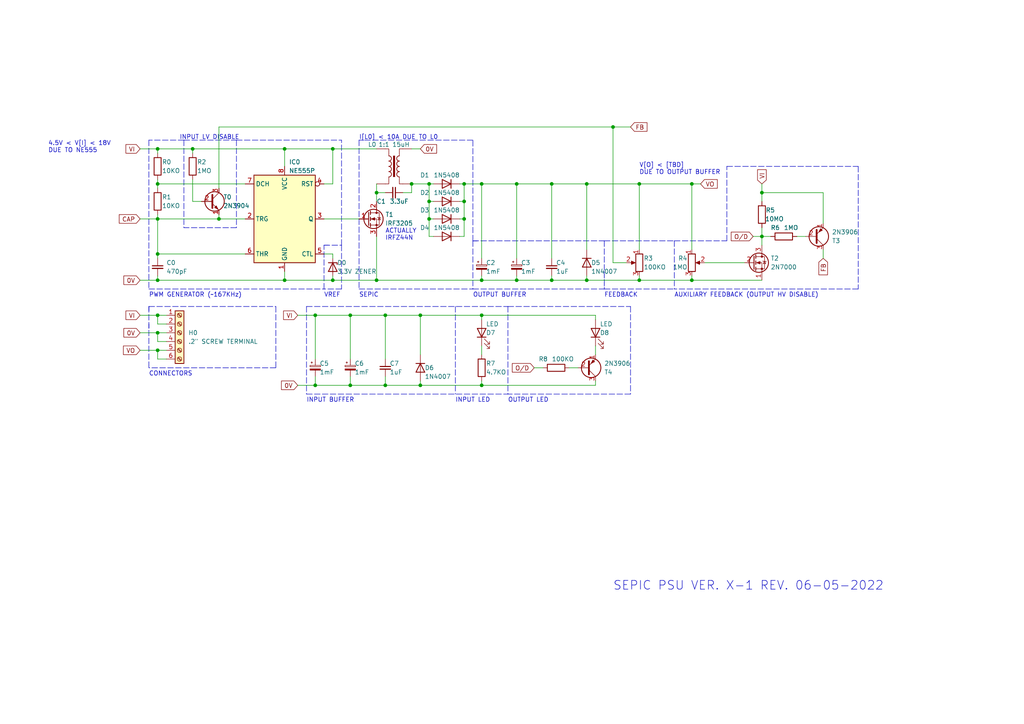
<source format=kicad_sch>
(kicad_sch (version 20211123) (generator eeschema)

  (uuid 6241da48-a043-44e0-a826-013c06f564e0)

  (paper "A4")

  (lib_symbols
    (symbol "2N3906_1" (pin_names (offset 0) hide) (in_bom yes) (on_board yes)
      (property "Reference" "T3" (id 0) (at 5.08 1.27 0)
        (effects (font (size 1.27 1.27)) (justify left))
      )
      (property "Value" "2N3906_1" (id 1) (at 5.08 -1.27 0)
        (effects (font (size 1.27 1.27)) (justify left))
      )
      (property "Footprint" "MW:TO-92L_Inline_Wide" (id 2) (at 5.08 1.905 0)
        (effects (font (size 1.27 1.27) italic) (justify left) hide)
      )
      (property "Datasheet" "https://www.onsemi.com/pub/Collateral/2N3906-D.PDF" (id 3) (at 0 0 0)
        (effects (font (size 1.27 1.27)) (justify left) hide)
      )
      (property "ki_keywords" "PNP Transistor" (id 4) (at 0 0 0)
        (effects (font (size 1.27 1.27)) hide)
      )
      (property "ki_description" "-0.2A Ic, -40V Vce, Small Signal PNP Transistor, TO-92" (id 5) (at 0 0 0)
        (effects (font (size 1.27 1.27)) hide)
      )
      (property "ki_fp_filters" "TO?92*" (id 6) (at 0 0 0)
        (effects (font (size 1.27 1.27)) hide)
      )
      (symbol "2N3906_1_0_1"
        (polyline
          (pts
            (xy 0.635 0.635)
            (xy 2.54 2.54)
          )
          (stroke (width 0) (type default) (color 0 0 0 0))
          (fill (type none))
        )
        (polyline
          (pts
            (xy 0.635 -0.635)
            (xy 2.54 -2.54)
            (xy 2.54 -2.54)
          )
          (stroke (width 0) (type default) (color 0 0 0 0))
          (fill (type none))
        )
        (polyline
          (pts
            (xy 0.635 1.905)
            (xy 0.635 -1.905)
            (xy 0.635 -1.905)
          )
          (stroke (width 0.508) (type default) (color 0 0 0 0))
          (fill (type none))
        )
        (polyline
          (pts
            (xy 2.286 -1.778)
            (xy 1.778 -2.286)
            (xy 1.27 -1.27)
            (xy 2.286 -1.778)
            (xy 2.286 -1.778)
          )
          (stroke (width 0) (type default) (color 0 0 0 0))
          (fill (type outline))
        )
        (circle (center 1.27 0) (radius 2.8194)
          (stroke (width 0.254) (type default) (color 0 0 0 0))
          (fill (type none))
        )
      )
      (symbol "2N3906_1_1_1"
        (pin passive line (at 2.54 -3.81 90) (length 1.27)
          (name "E" (effects (font (size 1.27 1.27))))
          (number "1" (effects (font (size 1.27 1.27))))
        )
        (pin input line (at -2.54 0 0) (length 3.175)
          (name "B" (effects (font (size 1.27 1.27))))
          (number "2" (effects (font (size 1.27 1.27))))
        )
        (pin passive line (at 2.54 3.81 270) (length 1.27)
          (name "C" (effects (font (size 1.27 1.27))))
          (number "3" (effects (font (size 1.27 1.27))))
        )
      )
    )
    (symbol "2N7000_1" (pin_names hide) (in_bom yes) (on_board yes)
      (property "Reference" "Q?" (id 0) (at 6.35 1.2701 0)
        (effects (font (size 1.27 1.27)) (justify left))
      )
      (property "Value" "2N7000_1" (id 1) (at 6.35 -1.2699 0)
        (effects (font (size 1.27 1.27)) (justify left))
      )
      (property "Footprint" "Package_TO_SOT_THT:TO-92_Inline" (id 2) (at 5.08 -1.905 0)
        (effects (font (size 1.27 1.27) italic) (justify left) hide)
      )
      (property "Datasheet" "https://www.onsemi.com/pub/Collateral/NDS7002A-D.PDF" (id 3) (at 0 0 0)
        (effects (font (size 1.27 1.27)) (justify left) hide)
      )
      (property "ki_keywords" "N-Channel MOSFET Logic-Level" (id 4) (at 0 0 0)
        (effects (font (size 1.27 1.27)) hide)
      )
      (property "ki_description" "0.2A Id, 200V Vds, N-Channel MOSFET, 2.6V Logic Level, TO-92" (id 5) (at 0 0 0)
        (effects (font (size 1.27 1.27)) hide)
      )
      (property "ki_fp_filters" "TO?92*" (id 6) (at 0 0 0)
        (effects (font (size 1.27 1.27)) hide)
      )
      (symbol "2N7000_1_0_1"
        (polyline
          (pts
            (xy 0.254 0)
            (xy -2.54 0)
          )
          (stroke (width 0) (type default) (color 0 0 0 0))
          (fill (type none))
        )
        (polyline
          (pts
            (xy 0.254 1.905)
            (xy 0.254 -1.905)
          )
          (stroke (width 0.254) (type default) (color 0 0 0 0))
          (fill (type none))
        )
        (polyline
          (pts
            (xy 0.762 -1.27)
            (xy 0.762 -2.286)
          )
          (stroke (width 0.254) (type default) (color 0 0 0 0))
          (fill (type none))
        )
        (polyline
          (pts
            (xy 0.762 0.508)
            (xy 0.762 -0.508)
          )
          (stroke (width 0.254) (type default) (color 0 0 0 0))
          (fill (type none))
        )
        (polyline
          (pts
            (xy 0.762 2.286)
            (xy 0.762 1.27)
          )
          (stroke (width 0.254) (type default) (color 0 0 0 0))
          (fill (type none))
        )
        (polyline
          (pts
            (xy 2.54 2.54)
            (xy 2.54 1.778)
          )
          (stroke (width 0) (type default) (color 0 0 0 0))
          (fill (type none))
        )
        (polyline
          (pts
            (xy 2.54 -2.54)
            (xy 2.54 0)
            (xy 0.762 0)
          )
          (stroke (width 0) (type default) (color 0 0 0 0))
          (fill (type none))
        )
        (polyline
          (pts
            (xy 0.762 -1.778)
            (xy 3.302 -1.778)
            (xy 3.302 1.778)
            (xy 0.762 1.778)
          )
          (stroke (width 0) (type default) (color 0 0 0 0))
          (fill (type none))
        )
        (polyline
          (pts
            (xy 1.016 0)
            (xy 2.032 0.381)
            (xy 2.032 -0.381)
            (xy 1.016 0)
          )
          (stroke (width 0) (type default) (color 0 0 0 0))
          (fill (type outline))
        )
        (polyline
          (pts
            (xy 2.794 0.508)
            (xy 2.921 0.381)
            (xy 3.683 0.381)
            (xy 3.81 0.254)
          )
          (stroke (width 0) (type default) (color 0 0 0 0))
          (fill (type none))
        )
        (polyline
          (pts
            (xy 3.302 0.381)
            (xy 2.921 -0.254)
            (xy 3.683 -0.254)
            (xy 3.302 0.381)
          )
          (stroke (width 0) (type default) (color 0 0 0 0))
          (fill (type none))
        )
        (circle (center 1.651 0) (radius 2.794)
          (stroke (width 0.254) (type default) (color 0 0 0 0))
          (fill (type none))
        )
        (circle (center 2.54 -1.778) (radius 0.254)
          (stroke (width 0) (type default) (color 0 0 0 0))
          (fill (type outline))
        )
        (circle (center 2.54 1.778) (radius 0.254)
          (stroke (width 0) (type default) (color 0 0 0 0))
          (fill (type outline))
        )
      )
      (symbol "2N7000_1_1_1"
        (pin passive line (at 2.54 -5.08 90) (length 2.54)
          (name "S" (effects (font (size 1.27 1.27))))
          (number "1" (effects (font (size 1.27 1.27))))
        )
        (pin input line (at -2.54 0 0) (length 2.54)
          (name "G" (effects (font (size 1.27 1.27))))
          (number "2" (effects (font (size 1.27 1.27))))
        )
        (pin passive line (at 2.54 5.08 270) (length 2.54)
          (name "D" (effects (font (size 1.27 1.27))))
          (number "3" (effects (font (size 1.27 1.27))))
        )
      )
    )
    (symbol "C_Small_1" (pin_numbers hide) (pin_names (offset 0.254) hide) (in_bom yes) (on_board yes)
      (property "Reference" "C?" (id 0) (at 2.54 -1.2762 0)
        (effects (font (size 1.27 1.27)) (justify left))
      )
      (property "Value" "C_Small" (id 1) (at 2.54 -3.81 0)
        (effects (font (size 1.27 1.27)) (justify left))
      )
      (property "Footprint" "" (id 2) (at 0 -2.54 0)
        (effects (font (size 1.27 1.27)) hide)
      )
      (property "Datasheet" "~" (id 3) (at 0 -2.54 0)
        (effects (font (size 1.27 1.27)) hide)
      )
      (property "ki_keywords" "capacitor cap" (id 4) (at 0 0 0)
        (effects (font (size 1.27 1.27)) hide)
      )
      (property "ki_description" "Unpolarized capacitor, small symbol" (id 5) (at 0 0 0)
        (effects (font (size 1.27 1.27)) hide)
      )
      (property "ki_fp_filters" "C_*" (id 6) (at 0 0 0)
        (effects (font (size 1.27 1.27)) hide)
      )
      (symbol "C_Small_1_0_1"
        (polyline
          (pts
            (xy -1.524 -2.921)
            (xy 1.524 -2.921)
          )
          (stroke (width 0.3302) (type default) (color 0 0 0 0))
          (fill (type none))
        )
        (polyline
          (pts
            (xy -1.524 -2.159)
            (xy 1.524 -2.159)
          )
          (stroke (width 0.3048) (type default) (color 0 0 0 0))
          (fill (type none))
        )
      )
      (symbol "C_Small_1_1_1"
        (pin passive line (at 0 0 270) (length 2.032)
          (name "~" (effects (font (size 1.27 1.27))))
          (number "1" (effects (font (size 1.27 1.27))))
        )
        (pin passive line (at 0 -5.08 90) (length 2.032)
          (name "~" (effects (font (size 1.27 1.27))))
          (number "2" (effects (font (size 1.27 1.27))))
        )
      )
    )
    (symbol "Connector:Screw_Terminal_01x06" (pin_names (offset 1.016) hide) (in_bom yes) (on_board yes)
      (property "Reference" "H0" (id 0) (at 2.54 0.0001 0)
        (effects (font (size 1.27 1.27)) (justify left))
      )
      (property "Value" "5mm SCREW TERMINAL" (id 1) (at 2.54 -2.54 0)
        (effects (font (size 1.27 1.27)) (justify left))
      )
      (property "Footprint" "TerminalBlock:TerminalBlock_bornier-4_P5.08mm" (id 2) (at 1.27 -10.16 0)
        (effects (font (size 1.27 1.27)) hide)
      )
      (property "Datasheet" "~" (id 3) (at 0 0 0)
        (effects (font (size 1.27 1.27)) hide)
      )
      (property "ki_keywords" "screw terminal" (id 4) (at 0 0 0)
        (effects (font (size 1.27 1.27)) hide)
      )
      (property "ki_description" "Generic screw terminal, single row, 01x06, script generated (kicad-library-utils/schlib/autogen/connector/)" (id 5) (at 0 0 0)
        (effects (font (size 1.27 1.27)) hide)
      )
      (property "ki_fp_filters" "TerminalBlock*:*" (id 6) (at 0 0 0)
        (effects (font (size 1.27 1.27)) hide)
      )
      (symbol "Screw_Terminal_01x06_1_1"
        (rectangle (start -1.27 6.35) (end 1.27 -8.89)
          (stroke (width 0.254) (type default) (color 0 0 0 0))
          (fill (type background))
        )
        (circle (center 0 -7.62) (radius 0.635)
          (stroke (width 0.1524) (type default) (color 0 0 0 0))
          (fill (type none))
        )
        (circle (center 0 -5.08) (radius 0.635)
          (stroke (width 0.1524) (type default) (color 0 0 0 0))
          (fill (type none))
        )
        (circle (center 0 -2.54) (radius 0.635)
          (stroke (width 0.1524) (type default) (color 0 0 0 0))
          (fill (type none))
        )
        (polyline
          (pts
            (xy -0.5334 -7.2898)
            (xy 0.3302 -8.128)
          )
          (stroke (width 0.1524) (type default) (color 0 0 0 0))
          (fill (type none))
        )
        (polyline
          (pts
            (xy -0.5334 -4.7498)
            (xy 0.3302 -5.588)
          )
          (stroke (width 0.1524) (type default) (color 0 0 0 0))
          (fill (type none))
        )
        (polyline
          (pts
            (xy -0.5334 -2.2098)
            (xy 0.3302 -3.048)
          )
          (stroke (width 0.1524) (type default) (color 0 0 0 0))
          (fill (type none))
        )
        (polyline
          (pts
            (xy -0.5334 0.3302)
            (xy 0.3302 -0.508)
          )
          (stroke (width 0.1524) (type default) (color 0 0 0 0))
          (fill (type none))
        )
        (polyline
          (pts
            (xy -0.5334 2.8702)
            (xy 0.3302 2.032)
          )
          (stroke (width 0.1524) (type default) (color 0 0 0 0))
          (fill (type none))
        )
        (polyline
          (pts
            (xy -0.5334 5.4102)
            (xy 0.3302 4.572)
          )
          (stroke (width 0.1524) (type default) (color 0 0 0 0))
          (fill (type none))
        )
        (polyline
          (pts
            (xy -0.3556 -7.112)
            (xy 0.508 -7.9502)
          )
          (stroke (width 0.1524) (type default) (color 0 0 0 0))
          (fill (type none))
        )
        (polyline
          (pts
            (xy -0.3556 -4.572)
            (xy 0.508 -5.4102)
          )
          (stroke (width 0.1524) (type default) (color 0 0 0 0))
          (fill (type none))
        )
        (polyline
          (pts
            (xy -0.3556 -2.032)
            (xy 0.508 -2.8702)
          )
          (stroke (width 0.1524) (type default) (color 0 0 0 0))
          (fill (type none))
        )
        (polyline
          (pts
            (xy -0.3556 0.508)
            (xy 0.508 -0.3302)
          )
          (stroke (width 0.1524) (type default) (color 0 0 0 0))
          (fill (type none))
        )
        (polyline
          (pts
            (xy -0.3556 3.048)
            (xy 0.508 2.2098)
          )
          (stroke (width 0.1524) (type default) (color 0 0 0 0))
          (fill (type none))
        )
        (polyline
          (pts
            (xy -0.3556 5.588)
            (xy 0.508 4.7498)
          )
          (stroke (width 0.1524) (type default) (color 0 0 0 0))
          (fill (type none))
        )
        (circle (center 0 0) (radius 0.635)
          (stroke (width 0.1524) (type default) (color 0 0 0 0))
          (fill (type none))
        )
        (circle (center 0 2.54) (radius 0.635)
          (stroke (width 0.1524) (type default) (color 0 0 0 0))
          (fill (type none))
        )
        (circle (center 0 5.08) (radius 0.635)
          (stroke (width 0.1524) (type default) (color 0 0 0 0))
          (fill (type none))
        )
        (pin passive line (at -3.81 5.08 0) (length 2.54)
          (name "Pin_1" (effects (font (size 1.27 1.27))))
          (number "1" (effects (font (size 1.27 1.27))))
        )
        (pin passive line (at -3.81 2.54 0) (length 2.54)
          (name "Pin_2" (effects (font (size 1.27 1.27))))
          (number "2" (effects (font (size 1.27 1.27))))
        )
        (pin passive line (at -3.81 0 0) (length 2.54)
          (name "Pin_3" (effects (font (size 1.27 1.27))))
          (number "3" (effects (font (size 1.27 1.27))))
        )
        (pin passive line (at -3.81 -2.54 0) (length 2.54)
          (name "Pin_4" (effects (font (size 1.27 1.27))))
          (number "4" (effects (font (size 1.27 1.27))))
        )
        (pin passive line (at -3.81 -5.08 0) (length 2.54)
          (name "Pin_5" (effects (font (size 1.27 1.27))))
          (number "5" (effects (font (size 1.27 1.27))))
        )
        (pin passive line (at -3.81 -7.62 0) (length 2.54)
          (name "Pin_6" (effects (font (size 1.27 1.27))))
          (number "6" (effects (font (size 1.27 1.27))))
        )
      )
    )
    (symbol "Device:C_Polarized_Small" (pin_numbers hide) (pin_names (offset 0.254) hide) (in_bom yes) (on_board yes)
      (property "Reference" "C?" (id 0) (at 2.54 1.8162 0)
        (effects (font (size 1.27 1.27)) (justify left))
      )
      (property "Value" "C" (id 1) (at 2.54 -0.7238 0)
        (effects (font (size 1.27 1.27)) (justify left))
      )
      (property "Footprint" "" (id 2) (at 0 -2.54 0)
        (effects (font (size 1.27 1.27)) hide)
      )
      (property "Datasheet" "~" (id 3) (at 0 -2.54 0)
        (effects (font (size 1.27 1.27)) hide)
      )
      (property "ki_keywords" "cap capacitor" (id 4) (at 0 0 0)
        (effects (font (size 1.27 1.27)) hide)
      )
      (property "ki_description" "Polarized capacitor, small symbol" (id 5) (at 0 0 0)
        (effects (font (size 1.27 1.27)) hide)
      )
      (property "ki_fp_filters" "CP_*" (id 6) (at 0 0 0)
        (effects (font (size 1.27 1.27)) hide)
      )
      (symbol "C_Polarized_Small_0_1"
        (rectangle (start -1.524 -2.8448) (end 1.524 -3.2258)
          (stroke (width 0) (type default) (color 0 0 0 0))
          (fill (type outline))
        )
        (rectangle (start -1.524 -1.8542) (end 1.524 -2.2352)
          (stroke (width 0) (type default) (color 0 0 0 0))
          (fill (type none))
        )
        (polyline
          (pts
            (xy -1.27 -1.016)
            (xy -0.762 -1.016)
          )
          (stroke (width 0) (type default) (color 0 0 0 0))
          (fill (type none))
        )
        (polyline
          (pts
            (xy -1.016 -1.27)
            (xy -1.016 -0.762)
          )
          (stroke (width 0) (type default) (color 0 0 0 0))
          (fill (type none))
        )
      )
      (symbol "C_Polarized_Small_1_1"
        (pin passive line (at 0 0 270) (length 1.8542)
          (name "~" (effects (font (size 1.27 1.27))))
          (number "1" (effects (font (size 1.27 1.27))))
        )
        (pin passive line (at 0 -5.08 90) (length 1.8542)
          (name "~" (effects (font (size 1.27 1.27))))
          (number "2" (effects (font (size 1.27 1.27))))
        )
      )
    )
    (symbol "Device:D_Zener" (pin_numbers hide) (pin_names (offset 1.016) hide) (in_bom yes) (on_board yes)
      (property "Reference" "D?" (id 0) (at 1.27 -1.27 90)
        (effects (font (size 1.27 1.27)) (justify left))
      )
      (property "Value" "3.3V ZENER" (id 1) (at 1.27 -3.81 90)
        (effects (font (size 1.27 1.27)) (justify left))
      )
      (property "Footprint" "" (id 2) (at 0 -3.175 0)
        (effects (font (size 1.27 1.27)) hide)
      )
      (property "Datasheet" "~" (id 3) (at 0 -3.175 0)
        (effects (font (size 1.27 1.27)) hide)
      )
      (property "ki_keywords" "diode" (id 4) (at 0 0 0)
        (effects (font (size 1.27 1.27)) hide)
      )
      (property "ki_description" "Zener diode" (id 5) (at 0 0 0)
        (effects (font (size 1.27 1.27)) hide)
      )
      (property "ki_fp_filters" "TO-???* *_Diode_* *SingleDiode* D_*" (id 6) (at 0 0 0)
        (effects (font (size 1.27 1.27)) hide)
      )
      (symbol "D_Zener_0_1"
        (polyline
          (pts
            (xy 4.445 0)
            (xy 1.905 0)
          )
          (stroke (width 0) (type default) (color 0 0 0 0))
          (fill (type none))
        )
        (polyline
          (pts
            (xy 1.27 -1.27)
            (xy 1.27 1.27)
            (xy 1.778 1.27)
          )
          (stroke (width 0.254) (type default) (color 0 0 0 0))
          (fill (type none))
        )
        (polyline
          (pts
            (xy 3.81 -1.27)
            (xy 3.81 1.27)
            (xy 1.27 0)
            (xy 3.81 -1.27)
          )
          (stroke (width 0.254) (type default) (color 0 0 0 0))
          (fill (type none))
        )
      )
      (symbol "D_Zener_1_1"
        (pin passive line (at 0 0 0) (length 2.54)
          (name "K" (effects (font (size 1.27 1.27))))
          (number "1" (effects (font (size 1.27 1.27))))
        )
        (pin passive line (at 5.08 0 180) (length 2.54)
          (name "A" (effects (font (size 1.27 1.27))))
          (number "2" (effects (font (size 1.27 1.27))))
        )
      )
    )
    (symbol "Device:LED" (pin_numbers hide) (pin_names (offset 1.016) hide) (in_bom yes) (on_board yes)
      (property "Reference" "D?" (id 0) (at 0.3174 3.81 90)
        (effects (font (size 1.27 1.27)) (justify right))
      )
      (property "Value" "LED" (id 1) (at 2.8574 3.81 90)
        (effects (font (size 1.27 1.27)) (justify right))
      )
      (property "Footprint" "" (id 2) (at 0 0 0)
        (effects (font (size 1.27 1.27)) hide)
      )
      (property "Datasheet" "~" (id 3) (at 0 0 0)
        (effects (font (size 1.27 1.27)) hide)
      )
      (property "ki_keywords" "LED diode" (id 4) (at 0 0 0)
        (effects (font (size 1.27 1.27)) hide)
      )
      (property "ki_description" "Light emitting diode" (id 5) (at 0 0 0)
        (effects (font (size 1.27 1.27)) hide)
      )
      (property "ki_fp_filters" "LED* LED_SMD:* LED_THT:*" (id 6) (at 0 0 0)
        (effects (font (size 1.27 1.27)) hide)
      )
      (symbol "LED_0_1"
        (polyline
          (pts
            (xy -1.27 -1.27)
            (xy -1.27 1.27)
          )
          (stroke (width 0.254) (type default) (color 0 0 0 0))
          (fill (type none))
        )
        (polyline
          (pts
            (xy -1.27 0)
            (xy 1.27 0)
          )
          (stroke (width 0) (type default) (color 0 0 0 0))
          (fill (type none))
        )
        (polyline
          (pts
            (xy 1.27 -1.27)
            (xy 1.27 1.27)
            (xy -1.27 0)
            (xy 1.27 -1.27)
          )
          (stroke (width 0.254) (type default) (color 0 0 0 0))
          (fill (type none))
        )
        (polyline
          (pts
            (xy -3.048 -0.762)
            (xy -4.572 -2.286)
            (xy -3.81 -2.286)
            (xy -4.572 -2.286)
            (xy -4.572 -1.524)
          )
          (stroke (width 0) (type default) (color 0 0 0 0))
          (fill (type none))
        )
        (polyline
          (pts
            (xy -1.778 -0.762)
            (xy -3.302 -2.286)
            (xy -2.54 -2.286)
            (xy -3.302 -2.286)
            (xy -3.302 -1.524)
          )
          (stroke (width 0) (type default) (color 0 0 0 0))
          (fill (type none))
        )
      )
      (symbol "LED_1_1"
        (pin passive line (at -3.81 0 0) (length 2.54)
          (name "K" (effects (font (size 1.27 1.27))))
          (number "1" (effects (font (size 1.27 1.27))))
        )
        (pin passive line (at 3.81 0 180) (length 2.54)
          (name "A" (effects (font (size 1.27 1.27))))
          (number "2" (effects (font (size 1.27 1.27))))
        )
      )
    )
    (symbol "Device:R" (pin_numbers hide) (pin_names (offset 0)) (in_bom yes) (on_board yes)
      (property "Reference" "R" (id 0) (at 2.032 0 90)
        (effects (font (size 1.27 1.27)))
      )
      (property "Value" "R" (id 1) (at 0 0 90)
        (effects (font (size 1.27 1.27)))
      )
      (property "Footprint" "" (id 2) (at -1.778 0 90)
        (effects (font (size 1.27 1.27)) hide)
      )
      (property "Datasheet" "~" (id 3) (at 0 0 0)
        (effects (font (size 1.27 1.27)) hide)
      )
      (property "ki_keywords" "R res resistor" (id 4) (at 0 0 0)
        (effects (font (size 1.27 1.27)) hide)
      )
      (property "ki_description" "Resistor" (id 5) (at 0 0 0)
        (effects (font (size 1.27 1.27)) hide)
      )
      (property "ki_fp_filters" "R_*" (id 6) (at 0 0 0)
        (effects (font (size 1.27 1.27)) hide)
      )
      (symbol "R_0_1"
        (rectangle (start -1.016 -2.54) (end 1.016 2.54)
          (stroke (width 0.254) (type default) (color 0 0 0 0))
          (fill (type none))
        )
      )
      (symbol "R_1_1"
        (pin passive line (at 0 3.81 270) (length 1.27)
          (name "~" (effects (font (size 1.27 1.27))))
          (number "1" (effects (font (size 1.27 1.27))))
        )
        (pin passive line (at 0 -3.81 90) (length 1.27)
          (name "~" (effects (font (size 1.27 1.27))))
          (number "2" (effects (font (size 1.27 1.27))))
        )
      )
    )
    (symbol "Device:R_Potentiometer" (pin_names (offset 1.016) hide) (in_bom yes) (on_board yes)
      (property "Reference" "R4" (id 0) (at -1.27 1.27 0)
        (effects (font (size 1.27 1.27)) (justify right))
      )
      (property "Value" "1MO" (id 1) (at -1.27 -1.27 0)
        (effects (font (size 1.27 1.27)) (justify right))
      )
      (property "Footprint" "MW:P_0" (id 2) (at 0 0 0)
        (effects (font (size 1.27 1.27)) hide)
      )
      (property "Datasheet" "~" (id 3) (at 0 0 0)
        (effects (font (size 1.27 1.27)) hide)
      )
      (property "ki_keywords" "resistor variable" (id 4) (at 0 0 0)
        (effects (font (size 1.27 1.27)) hide)
      )
      (property "ki_description" "Potentiometer" (id 5) (at 0 0 0)
        (effects (font (size 1.27 1.27)) hide)
      )
      (property "ki_fp_filters" "Potentiometer*" (id 6) (at 0 0 0)
        (effects (font (size 1.27 1.27)) hide)
      )
      (symbol "R_Potentiometer_0_1"
        (polyline
          (pts
            (xy 2.54 0)
            (xy 1.524 0)
          )
          (stroke (width 0) (type default) (color 0 0 0 0))
          (fill (type none))
        )
        (polyline
          (pts
            (xy 1.143 0)
            (xy 2.286 0.508)
            (xy 2.286 -0.508)
            (xy 1.143 0)
          )
          (stroke (width 0) (type default) (color 0 0 0 0))
          (fill (type outline))
        )
        (rectangle (start 1.016 2.54) (end -1.016 -2.54)
          (stroke (width 0.254) (type default) (color 0 0 0 0))
          (fill (type none))
        )
      )
      (symbol "R_Potentiometer_1_1"
        (pin passive line (at 0 -3.81 90) (length 1.27)
          (name "1" (effects (font (size 1.27 1.27))))
          (number "1" (effects (font (size 1.27 1.27))))
        )
        (pin passive line (at 3.81 0 180) (length 1.27)
          (name "2" (effects (font (size 1.27 1.27))))
          (number "2" (effects (font (size 1.27 1.27))))
        )
        (pin passive line (at 0 3.81 270) (length 1.27)
          (name "3" (effects (font (size 1.27 1.27))))
          (number "3" (effects (font (size 1.27 1.27))))
        )
      )
    )
    (symbol "Diode:1N4007" (pin_numbers hide) (pin_names (offset 1.016) hide) (in_bom yes) (on_board yes)
      (property "Reference" "D?" (id 0) (at 6.35 1.2701 90)
        (effects (font (size 1.27 1.27)) (justify left))
      )
      (property "Value" "1N4007" (id 1) (at 4.445 1.27 90)
        (effects (font (size 1.27 1.27)) (justify left))
      )
      (property "Footprint" "Diode_THT:D_DO-41_SOD81_P10.16mm_Horizontal" (id 2) (at -3.81 8.89 0)
        (effects (font (size 1.27 1.27)) hide)
      )
      (property "Datasheet" "http://www.vishay.com/docs/88503/1n4001.pdf" (id 3) (at 0 6.985 0)
        (effects (font (size 1.27 1.27)) hide)
      )
      (property "ki_keywords" "diode" (id 4) (at 0 0 0)
        (effects (font (size 1.27 1.27)) hide)
      )
      (property "ki_description" "1000V 1A General Purpose Rectifier Diode, DO-41" (id 5) (at 0 0 0)
        (effects (font (size 1.27 1.27)) hide)
      )
      (property "ki_fp_filters" "D*DO?41*" (id 6) (at 0 0 0)
        (effects (font (size 1.27 1.27)) hide)
      )
      (symbol "1N4007_0_1"
        (polyline
          (pts
            (xy 2.54 1.27)
            (xy 2.54 -1.27)
          )
          (stroke (width 0.254) (type default) (color 0 0 0 0))
          (fill (type none))
        )
        (polyline
          (pts
            (xy 5.08 0)
            (xy 2.54 0)
          )
          (stroke (width 0) (type default) (color 0 0 0 0))
          (fill (type none))
        )
        (polyline
          (pts
            (xy 5.08 1.27)
            (xy 5.08 -1.27)
            (xy 2.54 0)
            (xy 5.08 1.27)
          )
          (stroke (width 0.254) (type default) (color 0 0 0 0))
          (fill (type none))
        )
      )
      (symbol "1N4007_1_1"
        (pin passive line (at 0 0 0) (length 2.54)
          (name "K" (effects (font (size 1.27 1.27))))
          (number "1" (effects (font (size 1.27 1.27))))
        )
        (pin passive line (at 7.62 0 180) (length 2.54)
          (name "A" (effects (font (size 1.27 1.27))))
          (number "2" (effects (font (size 1.27 1.27))))
        )
      )
    )
    (symbol "Diode:1N5408" (pin_numbers hide) (pin_names (offset 1.016) hide) (in_bom yes) (on_board yes)
      (property "Reference" "D" (id 0) (at 0 2.54 0)
        (effects (font (size 1.27 1.27)))
      )
      (property "Value" "1N5408" (id 1) (at 0 -2.54 0)
        (effects (font (size 1.27 1.27)))
      )
      (property "Footprint" "Diode_THT:D_DO-201AD_P15.24mm_Horizontal" (id 2) (at 0 -4.445 0)
        (effects (font (size 1.27 1.27)) hide)
      )
      (property "Datasheet" "http://www.vishay.com/docs/88516/1n5400.pdf" (id 3) (at 0 0 0)
        (effects (font (size 1.27 1.27)) hide)
      )
      (property "ki_keywords" "diode" (id 4) (at 0 0 0)
        (effects (font (size 1.27 1.27)) hide)
      )
      (property "ki_description" "1000V 3A General Purpose Rectifier Diode, DO-201AD" (id 5) (at 0 0 0)
        (effects (font (size 1.27 1.27)) hide)
      )
      (property "ki_fp_filters" "D*DO?201AD*" (id 6) (at 0 0 0)
        (effects (font (size 1.27 1.27)) hide)
      )
      (symbol "1N5408_0_1"
        (polyline
          (pts
            (xy -1.27 1.27)
            (xy -1.27 -1.27)
          )
          (stroke (width 0.254) (type default) (color 0 0 0 0))
          (fill (type none))
        )
        (polyline
          (pts
            (xy 1.27 0)
            (xy -1.27 0)
          )
          (stroke (width 0) (type default) (color 0 0 0 0))
          (fill (type none))
        )
        (polyline
          (pts
            (xy 1.27 1.27)
            (xy 1.27 -1.27)
            (xy -1.27 0)
            (xy 1.27 1.27)
          )
          (stroke (width 0.254) (type default) (color 0 0 0 0))
          (fill (type none))
        )
      )
      (symbol "1N5408_1_1"
        (pin passive line (at -3.81 0 0) (length 2.54)
          (name "K" (effects (font (size 1.27 1.27))))
          (number "1" (effects (font (size 1.27 1.27))))
        )
        (pin passive line (at 3.81 0 180) (length 2.54)
          (name "A" (effects (font (size 1.27 1.27))))
          (number "2" (effects (font (size 1.27 1.27))))
        )
      )
    )
    (symbol "NE555P_1" (in_bom yes) (on_board yes)
      (property "Reference" "IC0" (id 0) (at 1.27 11.43 0)
        (effects (font (size 1.27 1.27)) (justify left))
      )
      (property "Value" "NE555P" (id 1) (at 1.27 8.89 0)
        (effects (font (size 1.27 1.27)) (justify left))
      )
      (property "Footprint" "Package_DIP:DIP-8_W7.62mm" (id 2) (at 36.83 -21.59 0)
        (effects (font (size 1.27 1.27)) hide)
      )
      (property "Datasheet" "http://www.ti.com/lit/ds/symlink/ne555.pdf" (id 3) (at 44.45 -19.05 0)
        (effects (font (size 1.27 1.27)) hide)
      )
      (property "ki_keywords" "single timer 555" (id 4) (at 0 0 0)
        (effects (font (size 1.27 1.27)) hide)
      )
      (property "ki_description" "Precision Timers, 555 compatible,  PDIP-8" (id 5) (at 0 0 0)
        (effects (font (size 1.27 1.27)) hide)
      )
      (property "ki_fp_filters" "DIP*W7.62mm*" (id 6) (at 0 0 0)
        (effects (font (size 1.27 1.27)) hide)
      )
      (symbol "NE555P_1_0_0"
        (pin power_in line (at 0 -20.32 90) (length 2.54)
          (name "GND" (effects (font (size 1.27 1.27))))
          (number "1" (effects (font (size 1.27 1.27))))
        )
        (pin power_in line (at 0 10.16 270) (length 2.54)
          (name "VCC" (effects (font (size 1.27 1.27))))
          (number "8" (effects (font (size 1.27 1.27))))
        )
      )
      (symbol "NE555P_1_0_1"
        (rectangle (start -8.89 7.62) (end 8.89 -17.78)
          (stroke (width 0.254) (type default) (color 0 0 0 0))
          (fill (type background))
        )
      )
      (symbol "NE555P_1_1_1"
        (pin input line (at -11.43 -5.08 0) (length 2.54)
          (name "TRG" (effects (font (size 1.27 1.27))))
          (number "2" (effects (font (size 1.27 1.27))))
        )
        (pin output line (at 11.43 -5.08 180) (length 2.54)
          (name "Q" (effects (font (size 1.27 1.27))))
          (number "3" (effects (font (size 1.27 1.27))))
        )
        (pin input inverted (at 11.43 5.08 180) (length 2.54)
          (name "RST" (effects (font (size 1.27 1.27))))
          (number "4" (effects (font (size 1.27 1.27))))
        )
        (pin input line (at 11.43 -15.24 180) (length 2.54)
          (name "CTL" (effects (font (size 1.27 1.27))))
          (number "5" (effects (font (size 1.27 1.27))))
        )
        (pin input line (at -11.43 -15.24 0) (length 2.54)
          (name "THR" (effects (font (size 1.27 1.27))))
          (number "6" (effects (font (size 1.27 1.27))))
        )
        (pin input line (at -11.43 5.08 0) (length 2.54)
          (name "DCH" (effects (font (size 1.27 1.27))))
          (number "7" (effects (font (size 1.27 1.27))))
        )
      )
    )
    (symbol "R_Potentiometer_1" (pin_names (offset 1.016) hide) (in_bom yes) (on_board yes)
      (property "Reference" "R3" (id 0) (at 1.27 -1.27 0)
        (effects (font (size 1.27 1.27)) (justify right))
      )
      (property "Value" "R_Potentiometer_1" (id 1) (at 1.27 1.27 0)
        (effects (font (size 1.27 1.27)) (justify right))
      )
      (property "Footprint" "MW:P_0" (id 2) (at 0 0 0)
        (effects (font (size 1.27 1.27)) hide)
      )
      (property "Datasheet" "~" (id 3) (at 0 0 0)
        (effects (font (size 1.27 1.27)) hide)
      )
      (property "ki_keywords" "resistor variable" (id 4) (at 0 0 0)
        (effects (font (size 1.27 1.27)) hide)
      )
      (property "ki_description" "Potentiometer" (id 5) (at 0 0 0)
        (effects (font (size 1.27 1.27)) hide)
      )
      (property "ki_fp_filters" "Potentiometer*" (id 6) (at 0 0 0)
        (effects (font (size 1.27 1.27)) hide)
      )
      (symbol "R_Potentiometer_1_0_1"
        (polyline
          (pts
            (xy 2.54 0)
            (xy 1.524 0)
          )
          (stroke (width 0) (type default) (color 0 0 0 0))
          (fill (type none))
        )
        (polyline
          (pts
            (xy 1.143 0)
            (xy 2.286 0.508)
            (xy 2.286 -0.508)
            (xy 1.143 0)
          )
          (stroke (width 0) (type default) (color 0 0 0 0))
          (fill (type outline))
        )
        (rectangle (start 1.016 2.54) (end -1.016 -2.54)
          (stroke (width 0.254) (type default) (color 0 0 0 0))
          (fill (type none))
        )
      )
      (symbol "R_Potentiometer_1_1_1"
        (pin passive line (at 0 -3.81 90) (length 1.27)
          (name "1" (effects (font (size 1.27 1.27))))
          (number "1" (effects (font (size 1.27 1.27))))
        )
        (pin passive line (at 3.81 0 180) (length 1.27)
          (name "2" (effects (font (size 1.27 1.27))))
          (number "2" (effects (font (size 1.27 1.27))))
        )
        (pin passive line (at 0 3.81 270) (length 1.27)
          (name "3" (effects (font (size 1.27 1.27))))
          (number "3" (effects (font (size 1.27 1.27))))
        )
      )
    )
    (symbol "Transformer:TRANSF1" (pin_numbers hide) (pin_names (offset 0)) (in_bom yes) (on_board yes)
      (property "Reference" "TR" (id 0) (at 0 6.35 0)
        (effects (font (size 1.27 1.27)))
      )
      (property "Value" "TRANSF1" (id 1) (at 0 -6.35 0)
        (effects (font (size 1.27 1.27)))
      )
      (property "Footprint" "" (id 2) (at 0 0 0)
        (effects (font (size 1.27 1.27)) hide)
      )
      (property "Datasheet" "" (id 3) (at 0 0 0)
        (effects (font (size 1.27 1.27)) hide)
      )
      (symbol "TRANSF1_0_1"
        (arc (start -1.524 -3.048) (mid -0.762 -2.286) (end -1.524 -1.524)
          (stroke (width 0.2032) (type default) (color 0 0 0 0))
          (fill (type none))
        )
        (arc (start -1.524 -1.524) (mid -0.762 -0.762) (end -1.524 0)
          (stroke (width 0.2032) (type default) (color 0 0 0 0))
          (fill (type none))
        )
        (arc (start -1.524 0) (mid -0.762 0.762) (end -1.524 1.524)
          (stroke (width 0.2032) (type default) (color 0 0 0 0))
          (fill (type none))
        )
        (arc (start -1.524 1.524) (mid -0.762 2.286) (end -1.524 3.048)
          (stroke (width 0.2032) (type default) (color 0 0 0 0))
          (fill (type none))
        )
        (rectangle (start -0.254 3.048) (end 0.254 -3.048)
          (stroke (width 0.0254) (type default) (color 0 0 0 0))
          (fill (type outline))
        )
        (polyline
          (pts
            (xy -2.54 5.08)
            (xy -1.524 5.08)
            (xy -1.524 3.048)
            (xy -1.524 3.048)
          )
          (stroke (width 0.1524) (type default) (color 0 0 0 0))
          (fill (type none))
        )
        (polyline
          (pts
            (xy -1.524 -3.048)
            (xy -1.524 -5.08)
            (xy -2.54 -5.08)
            (xy -2.54 -5.08)
          )
          (stroke (width 0.1524) (type default) (color 0 0 0 0))
          (fill (type none))
        )
        (polyline
          (pts
            (xy 1.524 3.048)
            (xy 1.524 5.08)
            (xy 2.54 5.08)
            (xy 2.54 5.08)
          )
          (stroke (width 0.1524) (type default) (color 0 0 0 0))
          (fill (type none))
        )
        (polyline
          (pts
            (xy 2.54 -5.08)
            (xy 1.524 -5.08)
            (xy 1.524 -3.048)
            (xy 1.524 -3.048)
          )
          (stroke (width 0.1524) (type default) (color 0 0 0 0))
          (fill (type none))
        )
        (arc (start 1.524 -1.524) (mid 0.762 -2.286) (end 1.524 -3.048)
          (stroke (width 0.2032) (type default) (color 0 0 0 0))
          (fill (type none))
        )
        (arc (start 1.524 0) (mid 0.762 -0.762) (end 1.524 -1.524)
          (stroke (width 0.2032) (type default) (color 0 0 0 0))
          (fill (type none))
        )
        (arc (start 1.524 1.524) (mid 0.762 0.762) (end 1.524 0)
          (stroke (width 0.2032) (type default) (color 0 0 0 0))
          (fill (type none))
        )
        (arc (start 1.524 3.048) (mid 0.762 2.286) (end 1.524 1.524)
          (stroke (width 0.2032) (type default) (color 0 0 0 0))
          (fill (type none))
        )
      )
      (symbol "TRANSF1_1_1"
        (pin passive line (at -5.08 5.08 0) (length 2.54)
          (name "~" (effects (font (size 1.27 1.27))))
          (number "1" (effects (font (size 1.27 1.27))))
        )
        (pin passive line (at -5.08 -5.08 0) (length 2.54)
          (name "~" (effects (font (size 1.27 1.27))))
          (number "2" (effects (font (size 1.27 1.27))))
        )
        (pin passive line (at 5.08 -5.08 180) (length 2.54)
          (name "~" (effects (font (size 1.27 1.27))))
          (number "3" (effects (font (size 1.27 1.27))))
        )
        (pin passive line (at 5.08 5.08 180) (length 2.54)
          (name "~" (effects (font (size 1.27 1.27))))
          (number "4" (effects (font (size 1.27 1.27))))
        )
      )
    )
    (symbol "Transistor_BJT:2N3904" (pin_names (offset 0) hide) (in_bom yes) (on_board yes)
      (property "Reference" "T0" (id 0) (at 3.81 1.27 0)
        (effects (font (size 1.27 1.27)) (justify left))
      )
      (property "Value" "2N3904" (id 1) (at 3.81 -1.27 0)
        (effects (font (size 1.27 1.27)) (justify left))
      )
      (property "Footprint" "MW:TO-92L_Inline_Wide" (id 2) (at 5.08 -1.905 0)
        (effects (font (size 1.27 1.27) italic) (justify left) hide)
      )
      (property "Datasheet" "https://www.onsemi.com/pub/Collateral/2N3903-D.PDF" (id 3) (at 0 0 0)
        (effects (font (size 1.27 1.27)) (justify left) hide)
      )
      (property "ki_keywords" "NPN Transistor" (id 4) (at 0 0 0)
        (effects (font (size 1.27 1.27)) hide)
      )
      (property "ki_description" "0.2A Ic, 40V Vce, Small Signal NPN Transistor, TO-92" (id 5) (at 0 0 0)
        (effects (font (size 1.27 1.27)) hide)
      )
      (property "ki_fp_filters" "TO?92*" (id 6) (at 0 0 0)
        (effects (font (size 1.27 1.27)) hide)
      )
      (symbol "2N3904_0_1"
        (polyline
          (pts
            (xy 0.635 0.635)
            (xy 2.54 2.54)
          )
          (stroke (width 0) (type default) (color 0 0 0 0))
          (fill (type none))
        )
        (polyline
          (pts
            (xy 0.635 -0.635)
            (xy 2.54 -2.54)
            (xy 2.54 -2.54)
          )
          (stroke (width 0) (type default) (color 0 0 0 0))
          (fill (type none))
        )
        (polyline
          (pts
            (xy 0.635 1.905)
            (xy 0.635 -1.905)
            (xy 0.635 -1.905)
          )
          (stroke (width 0.508) (type default) (color 0 0 0 0))
          (fill (type none))
        )
        (polyline
          (pts
            (xy 1.27 -1.778)
            (xy 1.778 -1.27)
            (xy 2.286 -2.286)
            (xy 1.27 -1.778)
            (xy 1.27 -1.778)
          )
          (stroke (width 0) (type default) (color 0 0 0 0))
          (fill (type outline))
        )
        (circle (center 1.27 0) (radius 2.8194)
          (stroke (width 0.254) (type default) (color 0 0 0 0))
          (fill (type none))
        )
      )
      (symbol "2N3904_1_1"
        (pin passive line (at 2.54 -3.81 90) (length 1.27)
          (name "E" (effects (font (size 1.27 1.27))))
          (number "1" (effects (font (size 1.27 1.27))))
        )
        (pin passive line (at -2.54 0 0) (length 3.175)
          (name "B" (effects (font (size 1.27 1.27))))
          (number "2" (effects (font (size 1.27 1.27))))
        )
        (pin passive line (at 2.54 3.81 270) (length 1.27)
          (name "C" (effects (font (size 1.27 1.27))))
          (number "3" (effects (font (size 1.27 1.27))))
        )
      )
    )
    (symbol "Transistor_FET:IRF3205" (pin_names hide) (in_bom yes) (on_board yes)
      (property "Reference" "T1" (id 0) (at 5.08 1.27 0)
        (effects (font (size 1.27 1.27)) (justify left))
      )
      (property "Value" "IRF3205" (id 1) (at 5.08 -1.27 0)
        (effects (font (size 1.27 1.27)) (justify left))
      )
      (property "Footprint" "MW:TO-220-3_Horizontal_TabDown" (id 2) (at 6.35 -1.905 0)
        (effects (font (size 1.27 1.27) italic) (justify left) hide)
      )
      (property "Datasheet" "http://www.irf.com/product-info/datasheets/data/irf3205.pdf" (id 3) (at 0 0 0)
        (effects (font (size 1.27 1.27)) (justify left) hide)
      )
      (property "ki_keywords" "Single N-Channel HEXFET Power MOSFET" (id 4) (at 0 0 0)
        (effects (font (size 1.27 1.27)) hide)
      )
      (property "ki_description" "110A Id, 55V Vds, Single N-Channel HEXFET Power MOSFET, 8mOhm Ron, TO-220AB" (id 5) (at 0 0 0)
        (effects (font (size 1.27 1.27)) hide)
      )
      (property "ki_fp_filters" "TO?220*" (id 6) (at 0 0 0)
        (effects (font (size 1.27 1.27)) hide)
      )
      (symbol "IRF3205_0_1"
        (polyline
          (pts
            (xy 0.254 0)
            (xy -2.54 0)
          )
          (stroke (width 0) (type default) (color 0 0 0 0))
          (fill (type none))
        )
        (polyline
          (pts
            (xy 0.254 1.905)
            (xy 0.254 -1.905)
          )
          (stroke (width 0.254) (type default) (color 0 0 0 0))
          (fill (type none))
        )
        (polyline
          (pts
            (xy 0.762 -1.27)
            (xy 0.762 -2.286)
          )
          (stroke (width 0.254) (type default) (color 0 0 0 0))
          (fill (type none))
        )
        (polyline
          (pts
            (xy 0.762 0.508)
            (xy 0.762 -0.508)
          )
          (stroke (width 0.254) (type default) (color 0 0 0 0))
          (fill (type none))
        )
        (polyline
          (pts
            (xy 0.762 2.286)
            (xy 0.762 1.27)
          )
          (stroke (width 0.254) (type default) (color 0 0 0 0))
          (fill (type none))
        )
        (polyline
          (pts
            (xy 2.54 2.54)
            (xy 2.54 1.778)
          )
          (stroke (width 0) (type default) (color 0 0 0 0))
          (fill (type none))
        )
        (polyline
          (pts
            (xy 2.54 -2.54)
            (xy 2.54 0)
            (xy 0.762 0)
          )
          (stroke (width 0) (type default) (color 0 0 0 0))
          (fill (type none))
        )
        (polyline
          (pts
            (xy 0.762 -1.778)
            (xy 3.302 -1.778)
            (xy 3.302 1.778)
            (xy 0.762 1.778)
          )
          (stroke (width 0) (type default) (color 0 0 0 0))
          (fill (type none))
        )
        (polyline
          (pts
            (xy 1.016 0)
            (xy 2.032 0.381)
            (xy 2.032 -0.381)
            (xy 1.016 0)
          )
          (stroke (width 0) (type default) (color 0 0 0 0))
          (fill (type outline))
        )
        (polyline
          (pts
            (xy 2.794 0.508)
            (xy 2.921 0.381)
            (xy 3.683 0.381)
            (xy 3.81 0.254)
          )
          (stroke (width 0) (type default) (color 0 0 0 0))
          (fill (type none))
        )
        (polyline
          (pts
            (xy 3.302 0.381)
            (xy 2.921 -0.254)
            (xy 3.683 -0.254)
            (xy 3.302 0.381)
          )
          (stroke (width 0) (type default) (color 0 0 0 0))
          (fill (type none))
        )
        (circle (center 1.651 0) (radius 2.794)
          (stroke (width 0.254) (type default) (color 0 0 0 0))
          (fill (type none))
        )
        (circle (center 2.54 -1.778) (radius 0.254)
          (stroke (width 0) (type default) (color 0 0 0 0))
          (fill (type outline))
        )
        (circle (center 2.54 1.778) (radius 0.254)
          (stroke (width 0) (type default) (color 0 0 0 0))
          (fill (type outline))
        )
      )
      (symbol "IRF3205_1_1"
        (pin input line (at -2.54 0 0) (length 2.54)
          (name "G" (effects (font (size 1.27 1.27))))
          (number "1" (effects (font (size 1.27 1.27))))
        )
        (pin passive line (at 2.54 5.08 270) (length 2.54)
          (name "D" (effects (font (size 1.27 1.27))))
          (number "2" (effects (font (size 1.27 1.27))))
        )
        (pin passive line (at 2.54 -5.08 90) (length 2.54)
          (name "S" (effects (font (size 1.27 1.27))))
          (number "3" (effects (font (size 1.27 1.27))))
        )
      )
    )
  )

  (junction (at 109.22 81.28) (diameter 0) (color 0 0 0 0)
    (uuid 0367f78e-d358-4b64-93c9-8b02615765ec)
  )
  (junction (at 139.7 91.44) (diameter 0) (color 0 0 0 0)
    (uuid 076b0a77-0c4c-480c-b0ef-ca750327ff35)
  )
  (junction (at 63.5 63.5) (diameter 0) (color 0 0 0 0)
    (uuid 094dc61d-0c3c-4d19-ae62-0dd83049b066)
  )
  (junction (at 170.18 81.28) (diameter 0) (color 0 0 0 0)
    (uuid 0e33d70f-f3e7-402b-8322-ac2f676355b5)
  )
  (junction (at 149.86 81.28) (diameter 0) (color 0 0 0 0)
    (uuid 0fa9d8e0-f86b-467e-a658-735787770ec8)
  )
  (junction (at 45.72 91.44) (diameter 0) (color 0 0 0 0)
    (uuid 164844e5-33f8-4a8e-919a-9bdc678f5147)
  )
  (junction (at 45.72 81.28) (diameter 0) (color 0 0 0 0)
    (uuid 22bd459d-49fb-41e4-abc0-7319d3265d91)
  )
  (junction (at 220.98 68.58) (diameter 0) (color 0 0 0 0)
    (uuid 2a62f7e4-4a12-4b4e-aa31-70e6403fc30c)
  )
  (junction (at 111.76 91.44) (diameter 0) (color 0 0 0 0)
    (uuid 2e42d8ab-0882-44ff-b97e-901b15baa226)
  )
  (junction (at 101.6 111.76) (diameter 0) (color 0 0 0 0)
    (uuid 2e531d27-fc0f-4094-a6f3-3ee3440c3aa4)
  )
  (junction (at 139.7 81.28) (diameter 0) (color 0 0 0 0)
    (uuid 33326767-a1cb-4fac-aae8-3d671417d772)
  )
  (junction (at 82.55 43.18) (diameter 0) (color 0 0 0 0)
    (uuid 33b2dc4d-be01-44da-af3c-bbce38b39811)
  )
  (junction (at 96.52 81.28) (diameter 0) (color 0 0 0 0)
    (uuid 36fd3c53-6588-4fc7-8aba-43ee37b2fcab)
  )
  (junction (at 96.52 43.18) (diameter 0) (color 0 0 0 0)
    (uuid 3db315b6-8d44-4c74-85fc-eacc3dad082d)
  )
  (junction (at 170.18 53.34) (diameter 0) (color 0 0 0 0)
    (uuid 3e4f548b-2548-4776-b0ab-d8a29f623cb1)
  )
  (junction (at 139.7 53.34) (diameter 0) (color 0 0 0 0)
    (uuid 459d73a5-1803-46d0-aa58-be0fb82abb37)
  )
  (junction (at 160.02 81.28) (diameter 0) (color 0 0 0 0)
    (uuid 460590c6-6835-42dd-84f5-e882fe863e83)
  )
  (junction (at 200.66 53.34) (diameter 0) (color 0 0 0 0)
    (uuid 469b53a5-6362-4092-8482-d09e5732cf24)
  )
  (junction (at 91.44 111.76) (diameter 0) (color 0 0 0 0)
    (uuid 588adac1-5375-4836-8bab-865fe3c5d92b)
  )
  (junction (at 149.86 53.34) (diameter 0) (color 0 0 0 0)
    (uuid 5e35e39b-d7bf-4b0f-8cdd-623c4d2d708b)
  )
  (junction (at 45.72 63.5) (diameter 0) (color 0 0 0 0)
    (uuid 66f11008-63bf-47bc-9b1c-d4ba222c46b8)
  )
  (junction (at 45.72 96.52) (diameter 0) (color 0 0 0 0)
    (uuid 68d79032-c01e-42e7-a545-c0c1e7df1470)
  )
  (junction (at 124.46 63.5) (diameter 0) (color 0 0 0 0)
    (uuid 6b730da0-1b4d-4216-85c8-593a33a1ffb4)
  )
  (junction (at 220.98 55.88) (diameter 0) (color 0 0 0 0)
    (uuid 76a8f73b-17fb-4036-b32b-eaf5c8b8eafb)
  )
  (junction (at 121.92 111.76) (diameter 0) (color 0 0 0 0)
    (uuid 7fc89f62-2e06-48b0-a19b-2db2d4f67b82)
  )
  (junction (at 124.46 58.42) (diameter 0) (color 0 0 0 0)
    (uuid 8606fbd0-f0a3-4901-b001-ee37d17a14a2)
  )
  (junction (at 45.72 101.6) (diameter 0) (color 0 0 0 0)
    (uuid 89d784fe-b92f-456b-aaf2-1397fc7b66e8)
  )
  (junction (at 119.38 53.34) (diameter 0) (color 0 0 0 0)
    (uuid 94a53f94-2f87-470d-b15e-ba3c248e4d93)
  )
  (junction (at 160.02 53.34) (diameter 0) (color 0 0 0 0)
    (uuid 9eb8b685-6b8a-447a-83ea-6ad89e8cc111)
  )
  (junction (at 45.72 43.18) (diameter 0) (color 0 0 0 0)
    (uuid b4fb7fc2-0628-4faf-b0b9-8bfb2cada8a6)
  )
  (junction (at 109.22 55.88) (diameter 0) (color 0 0 0 0)
    (uuid b75ee3d4-2bd4-478a-8e2e-7c7819c655ed)
  )
  (junction (at 134.62 58.42) (diameter 0) (color 0 0 0 0)
    (uuid b8336e72-a660-45bd-b76e-5cddd0d69415)
  )
  (junction (at 111.76 111.76) (diameter 0) (color 0 0 0 0)
    (uuid b859d5b5-0638-49b7-add4-c03f5ab7bb43)
  )
  (junction (at 134.62 53.34) (diameter 0) (color 0 0 0 0)
    (uuid ba1eaade-2258-43b7-a799-da16eb2d6d8f)
  )
  (junction (at 121.92 91.44) (diameter 0) (color 0 0 0 0)
    (uuid bd7d2a0d-5d8a-47bb-9660-696d7fd46a73)
  )
  (junction (at 177.8 36.83) (diameter 0) (color 0 0 0 0)
    (uuid c1a7876f-511c-4659-a17f-b5a2132cca76)
  )
  (junction (at 200.66 81.28) (diameter 0) (color 0 0 0 0)
    (uuid c3fcb151-90a0-4544-bd8e-6ecb9099dc7a)
  )
  (junction (at 139.7 111.76) (diameter 0) (color 0 0 0 0)
    (uuid cc0ce50e-1164-401b-bfd5-b5cff8f23833)
  )
  (junction (at 185.42 53.34) (diameter 0) (color 0 0 0 0)
    (uuid d0d6a4a2-fd5a-4dd2-bc11-7431b8a5f332)
  )
  (junction (at 55.88 43.18) (diameter 0) (color 0 0 0 0)
    (uuid d0ebf0ce-9129-45d0-8940-7343fed559e6)
  )
  (junction (at 101.6 91.44) (diameter 0) (color 0 0 0 0)
    (uuid d46d0f61-cdb4-402c-8804-74ab95d45da6)
  )
  (junction (at 91.44 91.44) (diameter 0) (color 0 0 0 0)
    (uuid db5be425-e091-4324-bdbd-c70279c1404d)
  )
  (junction (at 45.72 53.34) (diameter 0) (color 0 0 0 0)
    (uuid e2aabff8-aa02-436e-985b-2c5f7197fb27)
  )
  (junction (at 82.55 81.28) (diameter 0) (color 0 0 0 0)
    (uuid f041c428-f272-4730-9cfc-0b1e3fda8133)
  )
  (junction (at 124.46 53.34) (diameter 0) (color 0 0 0 0)
    (uuid f461d114-5329-4264-b3c8-ac6a1833178f)
  )
  (junction (at 134.62 63.5) (diameter 0) (color 0 0 0 0)
    (uuid f7c91ee4-632a-4f1d-bfc3-cb5c94d966fe)
  )
  (junction (at 45.72 73.66) (diameter 0) (color 0 0 0 0)
    (uuid f96f31d0-9680-4017-8c43-5851f3525e04)
  )
  (junction (at 185.42 81.28) (diameter 0) (color 0 0 0 0)
    (uuid fc5513e5-3d9c-4534-91fe-b726f6a91d77)
  )

  (wire (pts (xy 177.8 36.83) (xy 182.88 36.83))
    (stroke (width 0) (type default) (color 0 0 0 0))
    (uuid 001a6533-25af-4133-80bf-a5751f9807c1)
  )
  (wire (pts (xy 185.42 53.34) (xy 200.66 53.34))
    (stroke (width 0) (type default) (color 0 0 0 0))
    (uuid 002cca8b-dab5-4871-93cd-c100ab1b915b)
  )
  (polyline (pts (xy 137.16 40.64) (xy 104.14 40.64))
    (stroke (width 0) (type default) (color 0 0 0 0))
    (uuid 02b0b4a9-af34-49a5-9fbe-ca3465c16a4b)
  )

  (wire (pts (xy 55.88 43.18) (xy 82.55 43.18))
    (stroke (width 0) (type default) (color 0 0 0 0))
    (uuid 03a0cf47-7162-47c4-9d08-2e4113baa67b)
  )
  (polyline (pts (xy 88.9 88.9) (xy 88.9 114.3))
    (stroke (width 0) (type default) (color 0 0 0 0))
    (uuid 0464d5ed-1b96-4c63-bcda-6f0baec0a111)
  )
  (polyline (pts (xy 43.18 88.9) (xy 43.18 106.68))
    (stroke (width 0) (type default) (color 0 0 0 0))
    (uuid 0493678b-cc44-4cf0-b9be-38a1d9b7e2b3)
  )

  (wire (pts (xy 63.5 63.5) (xy 63.5 62.23))
    (stroke (width 0) (type default) (color 0 0 0 0))
    (uuid 05696575-2ce2-4c8e-ad20-02796fcd1433)
  )
  (wire (pts (xy 218.44 68.58) (xy 220.98 68.58))
    (stroke (width 0) (type default) (color 0 0 0 0))
    (uuid 065f10d3-1257-4cb1-9736-006a21042fdd)
  )
  (wire (pts (xy 149.86 53.34) (xy 149.86 74.93))
    (stroke (width 0) (type default) (color 0 0 0 0))
    (uuid 0747aa35-9275-422f-9427-eb99ab7055a3)
  )
  (polyline (pts (xy 147.32 88.9) (xy 147.32 114.3))
    (stroke (width 0) (type default) (color 0 0 0 0))
    (uuid 0830a5b2-f7eb-41b9-ae2e-bc448c693d29)
  )

  (wire (pts (xy 160.02 74.93) (xy 160.02 53.34))
    (stroke (width 0) (type default) (color 0 0 0 0))
    (uuid 08baa216-3c27-42aa-a4e4-286252070312)
  )
  (wire (pts (xy 177.8 36.83) (xy 177.8 76.2))
    (stroke (width 0) (type default) (color 0 0 0 0))
    (uuid 09682a56-fc77-4f38-bd26-91cd5125926e)
  )
  (wire (pts (xy 125.73 63.5) (xy 124.46 63.5))
    (stroke (width 0) (type default) (color 0 0 0 0))
    (uuid 09881b75-99ea-48e4-9343-6035ecbed2e9)
  )
  (wire (pts (xy 45.72 93.98) (xy 45.72 91.44))
    (stroke (width 0) (type default) (color 0 0 0 0))
    (uuid 09ea4c1b-3b14-4773-84e9-ed9f05781340)
  )
  (wire (pts (xy 63.5 63.5) (xy 71.12 63.5))
    (stroke (width 0) (type default) (color 0 0 0 0))
    (uuid 0b23a345-7e80-480b-90a0-34d30700fea0)
  )
  (wire (pts (xy 124.46 53.34) (xy 124.46 58.42))
    (stroke (width 0) (type default) (color 0 0 0 0))
    (uuid 0b2d026c-442d-4c36-9214-2f91e7325077)
  )
  (wire (pts (xy 200.66 81.28) (xy 220.98 81.28))
    (stroke (width 0) (type default) (color 0 0 0 0))
    (uuid 0bfd5bd4-f6c4-4d83-955a-e9ca3b2d3945)
  )
  (wire (pts (xy 220.98 66.04) (xy 220.98 68.58))
    (stroke (width 0) (type default) (color 0 0 0 0))
    (uuid 0c5fabc3-e9a8-40d8-8d19-680431afc2f5)
  )
  (polyline (pts (xy 53.34 40.64) (xy 68.58 40.64))
    (stroke (width 0) (type default) (color 0 0 0 0))
    (uuid 0cf5128c-e217-48c5-8f79-0662f10a805a)
  )
  (polyline (pts (xy 43.18 90.17) (xy 43.18 88.9))
    (stroke (width 0) (type default) (color 0 0 0 0))
    (uuid 0d13f7a2-df60-4c91-8571-2ba938884f9e)
  )
  (polyline (pts (xy 99.06 71.12) (xy 99.06 83.82))
    (stroke (width 0) (type default) (color 0 0 0 0))
    (uuid 129e761d-c30b-493f-b959-af1e6d64ec11)
  )

  (wire (pts (xy 172.72 100.33) (xy 172.72 102.87))
    (stroke (width 0) (type default) (color 0 0 0 0))
    (uuid 12e78261-8e4b-4a8d-95a2-5d2ec4707727)
  )
  (wire (pts (xy 170.18 80.01) (xy 170.18 81.28))
    (stroke (width 0) (type default) (color 0 0 0 0))
    (uuid 14072322-3218-4d43-bc5b-a05635d8f3e3)
  )
  (wire (pts (xy 101.6 91.44) (xy 101.6 104.14))
    (stroke (width 0) (type default) (color 0 0 0 0))
    (uuid 155e7663-1a80-4c25-bf5d-1343078cea60)
  )
  (polyline (pts (xy 210.82 48.26) (xy 248.92 48.26))
    (stroke (width 0) (type default) (color 0 0 0 0))
    (uuid 174e559e-0441-4954-928b-5bc9c6bc96f3)
  )

  (wire (pts (xy 170.18 81.28) (xy 185.42 81.28))
    (stroke (width 0) (type default) (color 0 0 0 0))
    (uuid 190bd232-d41f-42ce-9ce6-0d533e955b58)
  )
  (wire (pts (xy 96.52 73.66) (xy 96.52 74.93))
    (stroke (width 0) (type default) (color 0 0 0 0))
    (uuid 1a006133-a43f-4858-846b-5facffc8d023)
  )
  (wire (pts (xy 139.7 92.71) (xy 139.7 91.44))
    (stroke (width 0) (type default) (color 0 0 0 0))
    (uuid 1ac7786d-c707-4470-9e9d-8e3db810a9dc)
  )
  (polyline (pts (xy 43.18 83.82) (xy 93.98 83.82))
    (stroke (width 0) (type default) (color 0 0 0 0))
    (uuid 1bdb6751-ac6c-47b8-998e-853c39a5a061)
  )

  (wire (pts (xy 119.38 53.34) (xy 124.46 53.34))
    (stroke (width 0) (type default) (color 0 0 0 0))
    (uuid 1ce82a1d-532b-4503-afbe-a7bbfb8b8bbe)
  )
  (wire (pts (xy 40.64 101.6) (xy 45.72 101.6))
    (stroke (width 0) (type default) (color 0 0 0 0))
    (uuid 24eecc41-2352-4c89-bcf6-b852b629dd09)
  )
  (wire (pts (xy 86.36 91.44) (xy 91.44 91.44))
    (stroke (width 0) (type default) (color 0 0 0 0))
    (uuid 2536cb0d-c6a9-4b50-9a51-65dcc29a6ce5)
  )
  (wire (pts (xy 55.88 43.18) (xy 55.88 44.45))
    (stroke (width 0) (type default) (color 0 0 0 0))
    (uuid 26379d88-33c5-484d-97f5-db71f4950c91)
  )
  (polyline (pts (xy 248.92 83.82) (xy 195.58 83.82))
    (stroke (width 0) (type default) (color 0 0 0 0))
    (uuid 2733a655-db42-498b-a705-184e4fe256a3)
  )
  (polyline (pts (xy 182.88 88.9) (xy 182.88 114.3))
    (stroke (width 0) (type default) (color 0 0 0 0))
    (uuid 29104988-7952-4f16-a8fa-716023e26890)
  )

  (wire (pts (xy 133.35 63.5) (xy 134.62 63.5))
    (stroke (width 0) (type default) (color 0 0 0 0))
    (uuid 291fa5f1-ca47-4a09-a654-adc32fed70b6)
  )
  (wire (pts (xy 139.7 80.01) (xy 139.7 81.28))
    (stroke (width 0) (type default) (color 0 0 0 0))
    (uuid 2a8e6136-8be0-4a91-86dc-7691d1902ada)
  )
  (wire (pts (xy 45.72 101.6) (xy 48.26 101.6))
    (stroke (width 0) (type default) (color 0 0 0 0))
    (uuid 2adc6650-f3b5-4984-b30d-8a5093c909d3)
  )
  (wire (pts (xy 121.92 111.76) (xy 121.92 110.49))
    (stroke (width 0) (type default) (color 0 0 0 0))
    (uuid 2d0c3a72-e378-44c5-b79f-ab7c52e364e5)
  )
  (wire (pts (xy 119.38 53.34) (xy 119.38 55.88))
    (stroke (width 0) (type default) (color 0 0 0 0))
    (uuid 2f29bea3-ce27-436f-895d-51e553757001)
  )
  (polyline (pts (xy 99.06 71.12) (xy 99.06 40.64))
    (stroke (width 0) (type default) (color 0 0 0 0))
    (uuid 2f676fad-84e7-429b-bec3-f9fa9fe5c45b)
  )

  (wire (pts (xy 45.72 80.01) (xy 45.72 81.28))
    (stroke (width 0) (type default) (color 0 0 0 0))
    (uuid 2fc1880f-bb86-4d00-ac7e-86cc862ef3ed)
  )
  (wire (pts (xy 200.66 53.34) (xy 200.66 72.39))
    (stroke (width 0) (type default) (color 0 0 0 0))
    (uuid 3175d492-723d-4038-8b05-68ce2a5b3b7f)
  )
  (polyline (pts (xy 195.58 69.85) (xy 195.58 81.28))
    (stroke (width 0) (type default) (color 0 0 0 0))
    (uuid 3229846c-31c6-4134-a5c2-62e89afdd17e)
  )
  (polyline (pts (xy 137.16 69.85) (xy 138.43 69.85))
    (stroke (width 0) (type default) (color 0 0 0 0))
    (uuid 32d2d386-c6f2-45b9-a65f-8d2c5fb2cad4)
  )

  (wire (pts (xy 109.22 55.88) (xy 109.22 58.42))
    (stroke (width 0) (type default) (color 0 0 0 0))
    (uuid 33c32eb6-2a91-4ba0-befd-b7759d996a03)
  )
  (wire (pts (xy 170.18 53.34) (xy 170.18 72.39))
    (stroke (width 0) (type default) (color 0 0 0 0))
    (uuid 3445bb90-7eed-4e75-b4df-b727ab548abc)
  )
  (wire (pts (xy 170.18 53.34) (xy 185.42 53.34))
    (stroke (width 0) (type default) (color 0 0 0 0))
    (uuid 347c5506-e6fb-4019-a8e2-8d4a486e7d28)
  )
  (wire (pts (xy 40.64 63.5) (xy 45.72 63.5))
    (stroke (width 0) (type default) (color 0 0 0 0))
    (uuid 3a7740db-3d19-4908-adec-ae0ea564ba9d)
  )
  (wire (pts (xy 121.92 91.44) (xy 121.92 102.87))
    (stroke (width 0) (type default) (color 0 0 0 0))
    (uuid 3b9b291f-a58b-4a60-85f9-f09629fd8eeb)
  )
  (wire (pts (xy 45.72 63.5) (xy 63.5 63.5))
    (stroke (width 0) (type default) (color 0 0 0 0))
    (uuid 4569c046-3d89-4028-8b11-feeb14c0947c)
  )
  (polyline (pts (xy 80.01 106.68) (xy 43.18 106.68))
    (stroke (width 0) (type default) (color 0 0 0 0))
    (uuid 45adb3fe-ec96-463c-966a-3a587f5ab546)
  )

  (wire (pts (xy 40.64 81.28) (xy 45.72 81.28))
    (stroke (width 0) (type default) (color 0 0 0 0))
    (uuid 48bd2c74-b679-47cb-92dc-3735d207b6aa)
  )
  (wire (pts (xy 149.86 53.34) (xy 160.02 53.34))
    (stroke (width 0) (type default) (color 0 0 0 0))
    (uuid 4a6f2ada-b24b-4131-a38c-739749fd6ff7)
  )
  (polyline (pts (xy 80.01 88.9) (xy 80.01 106.68))
    (stroke (width 0) (type default) (color 0 0 0 0))
    (uuid 4abe395f-888e-449c-9fa6-e7453eb5c827)
  )

  (wire (pts (xy 139.7 110.49) (xy 139.7 111.76))
    (stroke (width 0) (type default) (color 0 0 0 0))
    (uuid 4b948bf4-e56a-41d8-83df-18a7d32723f8)
  )
  (wire (pts (xy 93.98 63.5) (xy 104.14 63.5))
    (stroke (width 0) (type default) (color 0 0 0 0))
    (uuid 4be60bea-8473-467f-aa60-5a0976926c99)
  )
  (polyline (pts (xy 43.18 88.9) (xy 80.01 88.9))
    (stroke (width 0) (type default) (color 0 0 0 0))
    (uuid 4fc3a261-1f5a-4394-975d-0f3a462db00f)
  )

  (wire (pts (xy 121.92 111.76) (xy 139.7 111.76))
    (stroke (width 0) (type default) (color 0 0 0 0))
    (uuid 537aad96-db1e-4ef0-aecf-2f641f2c5871)
  )
  (wire (pts (xy 96.52 81.28) (xy 109.22 81.28))
    (stroke (width 0) (type default) (color 0 0 0 0))
    (uuid 538d6d38-ed78-4e7e-9e82-725734fbdaa2)
  )
  (wire (pts (xy 40.64 43.18) (xy 45.72 43.18))
    (stroke (width 0) (type default) (color 0 0 0 0))
    (uuid 54a86fcb-07c9-4883-a166-4c5278e878d4)
  )
  (wire (pts (xy 45.72 93.98) (xy 48.26 93.98))
    (stroke (width 0) (type default) (color 0 0 0 0))
    (uuid 57cd276c-ba04-44ac-99d2-d61f3546ffea)
  )
  (wire (pts (xy 40.64 96.52) (xy 45.72 96.52))
    (stroke (width 0) (type default) (color 0 0 0 0))
    (uuid 57ff82dc-fd6e-49cb-ba96-1a7860764754)
  )
  (wire (pts (xy 134.62 53.34) (xy 139.7 53.34))
    (stroke (width 0) (type default) (color 0 0 0 0))
    (uuid 5a74a3c0-8cda-4eb8-99b5-1f6c19606856)
  )
  (wire (pts (xy 91.44 109.22) (xy 91.44 111.76))
    (stroke (width 0) (type default) (color 0 0 0 0))
    (uuid 5ad74627-135a-41e2-9715-538ffc83e95a)
  )
  (wire (pts (xy 223.52 68.58) (xy 220.98 68.58))
    (stroke (width 0) (type default) (color 0 0 0 0))
    (uuid 5b19deda-b410-43c0-bc12-4c997b8dc953)
  )
  (polyline (pts (xy 68.58 66.04) (xy 53.34 66.04))
    (stroke (width 0) (type default) (color 0 0 0 0))
    (uuid 5c74aafb-1a1d-42fd-8951-32eaa4bc449f)
  )

  (wire (pts (xy 185.42 53.34) (xy 185.42 72.39))
    (stroke (width 0) (type default) (color 0 0 0 0))
    (uuid 5d287a56-4bef-442d-8d5e-c3ac17e05c57)
  )
  (wire (pts (xy 96.52 80.01) (xy 96.52 81.28))
    (stroke (width 0) (type default) (color 0 0 0 0))
    (uuid 5dfdf8f1-aae7-4fec-b8fe-cced55ae4ae1)
  )
  (wire (pts (xy 124.46 68.58) (xy 124.46 63.5))
    (stroke (width 0) (type default) (color 0 0 0 0))
    (uuid 60514e79-ee6c-4a3c-9437-63dc5c1db08f)
  )
  (wire (pts (xy 172.72 111.76) (xy 172.72 110.49))
    (stroke (width 0) (type default) (color 0 0 0 0))
    (uuid 61252443-8366-40ad-bf89-1b6344860abb)
  )
  (wire (pts (xy 220.98 55.88) (xy 238.76 55.88))
    (stroke (width 0) (type default) (color 0 0 0 0))
    (uuid 61b51090-1927-4492-ab73-0dd6154018a1)
  )
  (wire (pts (xy 96.52 43.18) (xy 82.55 43.18))
    (stroke (width 0) (type default) (color 0 0 0 0))
    (uuid 65b4f227-456f-4747-bb84-be2f9fcf9a64)
  )
  (wire (pts (xy 133.35 53.34) (xy 134.62 53.34))
    (stroke (width 0) (type default) (color 0 0 0 0))
    (uuid 66606779-e102-4058-a407-7d6d42bf2434)
  )
  (wire (pts (xy 125.73 68.58) (xy 124.46 68.58))
    (stroke (width 0) (type default) (color 0 0 0 0))
    (uuid 66696d89-ba00-48d8-be94-857ed49f6bed)
  )
  (polyline (pts (xy 182.88 114.3) (xy 147.32 114.3))
    (stroke (width 0) (type default) (color 0 0 0 0))
    (uuid 66efaa31-c286-47ea-860b-1cac69a6b309)
  )

  (wire (pts (xy 48.26 104.14) (xy 45.72 104.14))
    (stroke (width 0) (type default) (color 0 0 0 0))
    (uuid 670125b8-7281-4f77-aa0d-3f9cf1eb2260)
  )
  (wire (pts (xy 109.22 68.58) (xy 109.22 81.28))
    (stroke (width 0) (type default) (color 0 0 0 0))
    (uuid 68721c0f-523c-4f44-bc70-cf71cd41191e)
  )
  (polyline (pts (xy 137.16 83.82) (xy 175.26 83.82))
    (stroke (width 0) (type default) (color 0 0 0 0))
    (uuid 6a3aac14-e57c-49cd-ac67-e411212cffbe)
  )

  (wire (pts (xy 149.86 81.28) (xy 160.02 81.28))
    (stroke (width 0) (type default) (color 0 0 0 0))
    (uuid 6cf9be5d-bf95-47f0-8b76-d47ef8b47e18)
  )
  (wire (pts (xy 134.62 63.5) (xy 134.62 68.58))
    (stroke (width 0) (type default) (color 0 0 0 0))
    (uuid 71de7bfb-deac-473e-894e-e89edc312d98)
  )
  (polyline (pts (xy 104.14 83.82) (xy 137.16 83.82))
    (stroke (width 0) (type default) (color 0 0 0 0))
    (uuid 72455d56-f0a0-43b5-93a6-e1476552ca02)
  )

  (wire (pts (xy 111.76 109.22) (xy 111.76 111.76))
    (stroke (width 0) (type default) (color 0 0 0 0))
    (uuid 76cec4c4-a5b8-473c-8601-8b5af4ce7672)
  )
  (wire (pts (xy 133.35 68.58) (xy 134.62 68.58))
    (stroke (width 0) (type default) (color 0 0 0 0))
    (uuid 76e62578-4068-4947-94a4-31262d6a7664)
  )
  (wire (pts (xy 45.72 96.52) (xy 48.26 96.52))
    (stroke (width 0) (type default) (color 0 0 0 0))
    (uuid 77ae7669-ba28-4653-b9f3-d132dcd4378a)
  )
  (wire (pts (xy 101.6 111.76) (xy 111.76 111.76))
    (stroke (width 0) (type default) (color 0 0 0 0))
    (uuid 7834c660-876d-43a3-b8b6-8f9330abc616)
  )
  (wire (pts (xy 172.72 91.44) (xy 139.7 91.44))
    (stroke (width 0) (type default) (color 0 0 0 0))
    (uuid 79d50645-f4d3-4c8b-9062-faf480064cfc)
  )
  (wire (pts (xy 82.55 81.28) (xy 96.52 81.28))
    (stroke (width 0) (type default) (color 0 0 0 0))
    (uuid 7a5c208d-fae5-437c-bde8-9fc9e431182e)
  )
  (wire (pts (xy 111.76 91.44) (xy 111.76 104.14))
    (stroke (width 0) (type default) (color 0 0 0 0))
    (uuid 7a976b0e-caa5-41c1-8eb9-a75383485b8d)
  )
  (polyline (pts (xy 137.16 69.85) (xy 137.16 40.64))
    (stroke (width 0) (type default) (color 0 0 0 0))
    (uuid 7b672489-2641-4fe6-8f87-cb6ae5c9f8c8)
  )
  (polyline (pts (xy 248.92 48.26) (xy 248.92 83.82))
    (stroke (width 0) (type default) (color 0 0 0 0))
    (uuid 7b7a93ec-267d-4787-9449-af17172623be)
  )

  (wire (pts (xy 172.72 111.76) (xy 139.7 111.76))
    (stroke (width 0) (type default) (color 0 0 0 0))
    (uuid 7bae1372-1a31-4683-9227-5ffc67e67a7d)
  )
  (polyline (pts (xy 93.98 71.12) (xy 99.06 71.12))
    (stroke (width 0) (type default) (color 0 0 0 0))
    (uuid 7d326b37-ab5e-44d1-b94f-8bb8a3082b83)
  )

  (wire (pts (xy 82.55 43.18) (xy 82.55 48.26))
    (stroke (width 0) (type default) (color 0 0 0 0))
    (uuid 7e2baf43-cc68-4666-9a18-e8e371914812)
  )
  (polyline (pts (xy 175.26 78.74) (xy 175.26 83.82))
    (stroke (width 0) (type default) (color 0 0 0 0))
    (uuid 81fe707d-259a-4144-af39-5be054f9b263)
  )
  (polyline (pts (xy 68.58 40.64) (xy 99.06 40.64))
    (stroke (width 0) (type default) (color 0 0 0 0))
    (uuid 846d1712-704a-418c-bf54-6bfbca1838ec)
  )

  (wire (pts (xy 45.72 63.5) (xy 45.72 62.23))
    (stroke (width 0) (type default) (color 0 0 0 0))
    (uuid 8558c2bb-d6a3-4b13-b4e5-7b0ac6f7e673)
  )
  (wire (pts (xy 200.66 80.01) (xy 200.66 81.28))
    (stroke (width 0) (type default) (color 0 0 0 0))
    (uuid 8660fbb2-4919-4c54-b1ba-1cfc4fa7ae57)
  )
  (wire (pts (xy 45.72 52.07) (xy 45.72 53.34))
    (stroke (width 0) (type default) (color 0 0 0 0))
    (uuid 866aed1a-1cee-4849-8cac-c430b46e9622)
  )
  (wire (pts (xy 238.76 55.88) (xy 238.76 64.77))
    (stroke (width 0) (type default) (color 0 0 0 0))
    (uuid 8838e7f8-11cd-40fc-a7b3-209ceeec265a)
  )
  (wire (pts (xy 139.7 81.28) (xy 149.86 81.28))
    (stroke (width 0) (type default) (color 0 0 0 0))
    (uuid 8a8b619f-d214-4b51-9eea-02ae8bfc5aec)
  )
  (polyline (pts (xy 93.98 71.12) (xy 95.25 71.12))
    (stroke (width 0) (type default) (color 0 0 0 0))
    (uuid 8af1f3b4-fe29-494b-bd35-3d104243a982)
  )

  (wire (pts (xy 101.6 109.22) (xy 101.6 111.76))
    (stroke (width 0) (type default) (color 0 0 0 0))
    (uuid 8c38cbae-2568-4dbf-9e2f-6d9e92620655)
  )
  (polyline (pts (xy 175.26 83.82) (xy 195.58 83.82))
    (stroke (width 0) (type default) (color 0 0 0 0))
    (uuid 8cb40140-092f-4419-a229-40387a0a4690)
  )

  (wire (pts (xy 215.9 76.2) (xy 204.47 76.2))
    (stroke (width 0) (type default) (color 0 0 0 0))
    (uuid 8f9b31f0-b6e1-478e-9d9c-f90c3de927b3)
  )
  (wire (pts (xy 139.7 100.33) (xy 139.7 102.87))
    (stroke (width 0) (type default) (color 0 0 0 0))
    (uuid 90b91309-9853-4ca3-ac46-5503e624eaf7)
  )
  (wire (pts (xy 45.72 53.34) (xy 45.72 54.61))
    (stroke (width 0) (type default) (color 0 0 0 0))
    (uuid 95f6df20-5799-4664-a941-e379f85cca3e)
  )
  (wire (pts (xy 111.76 111.76) (xy 121.92 111.76))
    (stroke (width 0) (type default) (color 0 0 0 0))
    (uuid 9714e925-d4d1-4e19-912c-6947523d2327)
  )
  (polyline (pts (xy 147.32 88.9) (xy 182.88 88.9))
    (stroke (width 0) (type default) (color 0 0 0 0))
    (uuid 97c5f73f-60fd-482b-a31d-0b3b1efb051d)
  )

  (wire (pts (xy 125.73 58.42) (xy 124.46 58.42))
    (stroke (width 0) (type default) (color 0 0 0 0))
    (uuid 97fbcd16-324b-426a-bc02-186a6c99daf7)
  )
  (wire (pts (xy 45.72 43.18) (xy 45.72 44.45))
    (stroke (width 0) (type default) (color 0 0 0 0))
    (uuid 9b6e8213-751f-416c-a4ac-8de785a6455c)
  )
  (wire (pts (xy 109.22 81.28) (xy 139.7 81.28))
    (stroke (width 0) (type default) (color 0 0 0 0))
    (uuid 9dfa0e54-ddd8-44b0-b355-0f359e4f50d3)
  )
  (wire (pts (xy 63.5 36.83) (xy 177.8 36.83))
    (stroke (width 0) (type default) (color 0 0 0 0))
    (uuid a00d4b6b-22b8-475a-a0a6-f325e6eab6b4)
  )
  (polyline (pts (xy 137.16 69.85) (xy 137.16 83.82))
    (stroke (width 0) (type default) (color 0 0 0 0))
    (uuid a0179d36-a12b-48cd-8026-953a422b4036)
  )
  (polyline (pts (xy 53.34 40.64) (xy 43.18 40.64))
    (stroke (width 0) (type default) (color 0 0 0 0))
    (uuid a1d9973e-c86d-47c9-9070-e2c5e4ad888d)
  )

  (wire (pts (xy 134.62 58.42) (xy 134.62 63.5))
    (stroke (width 0) (type default) (color 0 0 0 0))
    (uuid a39178f3-fd8b-4ee1-961b-6a555e3ff4c6)
  )
  (wire (pts (xy 220.98 55.88) (xy 220.98 58.42))
    (stroke (width 0) (type default) (color 0 0 0 0))
    (uuid a7e7f216-a9da-4dba-9bd6-f4aafc341baa)
  )
  (wire (pts (xy 82.55 78.74) (xy 82.55 81.28))
    (stroke (width 0) (type default) (color 0 0 0 0))
    (uuid ab452b53-7b47-4ffb-bda8-48e845a4004e)
  )
  (wire (pts (xy 109.22 55.88) (xy 111.76 55.88))
    (stroke (width 0) (type default) (color 0 0 0 0))
    (uuid acfde0da-6102-4f80-b19a-995c24927c90)
  )
  (wire (pts (xy 111.76 91.44) (xy 121.92 91.44))
    (stroke (width 0) (type default) (color 0 0 0 0))
    (uuid adc9afb3-32de-47e0-8c54-0fdda6da3aa7)
  )
  (wire (pts (xy 124.46 53.34) (xy 125.73 53.34))
    (stroke (width 0) (type default) (color 0 0 0 0))
    (uuid afdcff57-a434-4045-a589-7d963f7814c4)
  )
  (wire (pts (xy 172.72 91.44) (xy 172.72 92.71))
    (stroke (width 0) (type default) (color 0 0 0 0))
    (uuid b1f6c8db-29c5-4058-b1cc-4c6c735fc6d5)
  )
  (wire (pts (xy 200.66 53.34) (xy 203.2 53.34))
    (stroke (width 0) (type default) (color 0 0 0 0))
    (uuid b27bcfd6-c184-49f0-9833-bb59300bb249)
  )
  (polyline (pts (xy 53.34 40.64) (xy 53.34 66.04))
    (stroke (width 0) (type default) (color 0 0 0 0))
    (uuid b3afd6b2-53a8-4a05-a5f4-29af7e4ceb21)
  )

  (wire (pts (xy 40.64 91.44) (xy 45.72 91.44))
    (stroke (width 0) (type default) (color 0 0 0 0))
    (uuid b4606ad5-69ab-44c2-9c83-e46a0619b2cc)
  )
  (wire (pts (xy 55.88 52.07) (xy 55.88 58.42))
    (stroke (width 0) (type default) (color 0 0 0 0))
    (uuid b50a74d8-178d-4b60-aa23-2cae94a1b537)
  )
  (wire (pts (xy 116.84 55.88) (xy 119.38 55.88))
    (stroke (width 0) (type default) (color 0 0 0 0))
    (uuid b5492327-7ce9-4e54-9175-e377f9b58e15)
  )
  (wire (pts (xy 139.7 91.44) (xy 121.92 91.44))
    (stroke (width 0) (type default) (color 0 0 0 0))
    (uuid b6c84d33-a00d-48e9-8d6d-790fd3e8bb85)
  )
  (wire (pts (xy 109.22 43.18) (xy 96.52 43.18))
    (stroke (width 0) (type default) (color 0 0 0 0))
    (uuid b7663fa1-b10a-4ecf-afe8-f3136862c6ef)
  )
  (wire (pts (xy 63.5 36.83) (xy 63.5 54.61))
    (stroke (width 0) (type default) (color 0 0 0 0))
    (uuid b7ffd94d-5d81-4c92-87d0-c670d7dca098)
  )
  (wire (pts (xy 149.86 80.01) (xy 149.86 81.28))
    (stroke (width 0) (type default) (color 0 0 0 0))
    (uuid b8596d65-f056-42ac-81a2-0cd9094beb89)
  )
  (polyline (pts (xy 175.26 69.85) (xy 195.58 69.85))
    (stroke (width 0) (type default) (color 0 0 0 0))
    (uuid ba16728d-3684-42ae-a4d8-298c4a006593)
  )
  (polyline (pts (xy 43.18 40.64) (xy 43.18 83.82))
    (stroke (width 0) (type default) (color 0 0 0 0))
    (uuid bb1bd00f-a234-4695-97e4-780f80494732)
  )

  (wire (pts (xy 45.72 99.06) (xy 45.72 96.52))
    (stroke (width 0) (type default) (color 0 0 0 0))
    (uuid bc12716b-0ea1-4d81-8739-97b09e934867)
  )
  (wire (pts (xy 93.98 53.34) (xy 96.52 53.34))
    (stroke (width 0) (type default) (color 0 0 0 0))
    (uuid bcffbd9e-d128-49d5-8e23-ac40ee62a38f)
  )
  (wire (pts (xy 139.7 53.34) (xy 149.86 53.34))
    (stroke (width 0) (type default) (color 0 0 0 0))
    (uuid be9825dd-1fb6-4cc4-b5b9-d41efb58399c)
  )
  (wire (pts (xy 238.76 74.93) (xy 238.76 72.39))
    (stroke (width 0) (type default) (color 0 0 0 0))
    (uuid bea0fcb1-a23b-41de-8fa4-77da0c837579)
  )
  (wire (pts (xy 109.22 53.34) (xy 109.22 55.88))
    (stroke (width 0) (type default) (color 0 0 0 0))
    (uuid bf0313c8-855e-4192-80f8-96f649e2ad80)
  )
  (wire (pts (xy 55.88 58.42) (xy 58.42 58.42))
    (stroke (width 0) (type default) (color 0 0 0 0))
    (uuid bf7c5623-e76c-463e-92ec-34c7f2e1a568)
  )
  (wire (pts (xy 91.44 91.44) (xy 101.6 91.44))
    (stroke (width 0) (type default) (color 0 0 0 0))
    (uuid c03e6b82-a25b-4a35-82a6-fc674622f317)
  )
  (polyline (pts (xy 88.9 114.3) (xy 147.32 114.3))
    (stroke (width 0) (type default) (color 0 0 0 0))
    (uuid c3d8f2c3-34f2-4530-b590-6c9a7e31fc28)
  )

  (wire (pts (xy 134.62 53.34) (xy 134.62 58.42))
    (stroke (width 0) (type default) (color 0 0 0 0))
    (uuid c527365c-f8e0-49ae-866f-208b7e322bd6)
  )
  (wire (pts (xy 231.14 68.58) (xy 233.68 68.58))
    (stroke (width 0) (type default) (color 0 0 0 0))
    (uuid c590964a-c670-487a-b1d5-eee43bc8a811)
  )
  (wire (pts (xy 91.44 91.44) (xy 91.44 104.14))
    (stroke (width 0) (type default) (color 0 0 0 0))
    (uuid c8525bec-3811-4a14-9e14-1666fc558449)
  )
  (wire (pts (xy 45.72 53.34) (xy 71.12 53.34))
    (stroke (width 0) (type default) (color 0 0 0 0))
    (uuid c9544aef-1c61-4dd8-9e83-375f5a8eddf7)
  )
  (polyline (pts (xy 195.58 69.85) (xy 210.82 69.85))
    (stroke (width 0) (type default) (color 0 0 0 0))
    (uuid c9bdcf5f-48a8-44d6-a81b-6ae42856266b)
  )
  (polyline (pts (xy 137.16 69.85) (xy 175.26 69.85))
    (stroke (width 0) (type default) (color 0 0 0 0))
    (uuid cb7a5af0-8d51-414d-8e4c-5f9db1141b2f)
  )

  (wire (pts (xy 160.02 80.01) (xy 160.02 81.28))
    (stroke (width 0) (type default) (color 0 0 0 0))
    (uuid cc922b9b-d6b4-455a-aea4-da436a1bb966)
  )
  (polyline (pts (xy 210.82 69.85) (xy 210.82 48.26))
    (stroke (width 0) (type default) (color 0 0 0 0))
    (uuid cd07de8d-38ae-45f2-bfa9-60acd488e4c5)
  )

  (wire (pts (xy 91.44 111.76) (xy 86.36 111.76))
    (stroke (width 0) (type default) (color 0 0 0 0))
    (uuid cd2fb341-374b-460f-8f8c-5aea343defec)
  )
  (wire (pts (xy 185.42 80.01) (xy 185.42 81.28))
    (stroke (width 0) (type default) (color 0 0 0 0))
    (uuid cdb2e752-30af-47ca-9d0a-424e5a9cd8bc)
  )
  (wire (pts (xy 139.7 53.34) (xy 139.7 74.93))
    (stroke (width 0) (type default) (color 0 0 0 0))
    (uuid cdc6ebe8-126c-46f4-a30f-ca54ced9aa58)
  )
  (wire (pts (xy 45.72 74.93) (xy 45.72 73.66))
    (stroke (width 0) (type default) (color 0 0 0 0))
    (uuid d0ecb07a-4bf5-4e24-b820-5aedc6339299)
  )
  (wire (pts (xy 82.55 81.28) (xy 45.72 81.28))
    (stroke (width 0) (type default) (color 0 0 0 0))
    (uuid d2926548-eba9-4ba0-a5b9-593e1ddbbfb9)
  )
  (wire (pts (xy 165.1 106.68) (xy 167.64 106.68))
    (stroke (width 0) (type default) (color 0 0 0 0))
    (uuid d2c0ad95-65a8-4fdc-adac-e43681cd93fb)
  )
  (polyline (pts (xy 88.9 88.9) (xy 147.32 88.9))
    (stroke (width 0) (type default) (color 0 0 0 0))
    (uuid d6cae28b-0063-4245-9e1d-c00f8041fd2b)
  )

  (wire (pts (xy 45.72 73.66) (xy 71.12 73.66))
    (stroke (width 0) (type default) (color 0 0 0 0))
    (uuid d7f49b29-5850-4577-b620-79f091b8d383)
  )
  (wire (pts (xy 45.72 104.14) (xy 45.72 101.6))
    (stroke (width 0) (type default) (color 0 0 0 0))
    (uuid d8e0316e-ff6c-4bea-99f6-520688ad8ff6)
  )
  (wire (pts (xy 121.92 43.18) (xy 119.38 43.18))
    (stroke (width 0) (type default) (color 0 0 0 0))
    (uuid db5ddc14-1f47-40d9-9e5c-859e9751a3dd)
  )
  (wire (pts (xy 154.94 106.68) (xy 157.48 106.68))
    (stroke (width 0) (type default) (color 0 0 0 0))
    (uuid dd9de3ab-840e-45df-8865-9411c171c14d)
  )
  (polyline (pts (xy 175.26 69.85) (xy 175.26 83.82))
    (stroke (width 0) (type default) (color 0 0 0 0))
    (uuid de4ffb7f-166e-4095-8b0a-e385f35bb285)
  )

  (wire (pts (xy 133.35 58.42) (xy 134.62 58.42))
    (stroke (width 0) (type default) (color 0 0 0 0))
    (uuid dee668ef-3f92-4dae-a419-148b09b6db9a)
  )
  (polyline (pts (xy 43.18 95.25) (xy 43.18 93.98))
    (stroke (width 0) (type default) (color 0 0 0 0))
    (uuid e35cd265-d6c3-4312-a795-43696bfa54b0)
  )

  (wire (pts (xy 220.98 68.58) (xy 220.98 71.12))
    (stroke (width 0) (type default) (color 0 0 0 0))
    (uuid e4d7c9ec-fecc-4921-bd36-b5a36610973e)
  )
  (polyline (pts (xy 99.06 83.82) (xy 93.98 83.82))
    (stroke (width 0) (type default) (color 0 0 0 0))
    (uuid e5fcccb8-ba29-445c-9d5f-e983b1687100)
  )
  (polyline (pts (xy 195.58 81.28) (xy 195.58 83.82))
    (stroke (width 0) (type default) (color 0 0 0 0))
    (uuid e62f9cc5-f046-442e-9360-e5ca54404aa5)
  )

  (wire (pts (xy 101.6 91.44) (xy 111.76 91.44))
    (stroke (width 0) (type default) (color 0 0 0 0))
    (uuid ea03cd00-04cf-45b1-9ead-a8505e488481)
  )
  (wire (pts (xy 93.98 73.66) (xy 96.52 73.66))
    (stroke (width 0) (type default) (color 0 0 0 0))
    (uuid ea974fc6-bbde-4839-9e4f-350068900f3a)
  )
  (wire (pts (xy 101.6 111.76) (xy 91.44 111.76))
    (stroke (width 0) (type default) (color 0 0 0 0))
    (uuid ead7e991-f1b5-4e39-975b-20dfb66d0cea)
  )
  (wire (pts (xy 181.61 76.2) (xy 177.8 76.2))
    (stroke (width 0) (type default) (color 0 0 0 0))
    (uuid eafbbe3f-e85d-476b-b424-074dcbaf91f3)
  )
  (polyline (pts (xy 132.08 88.9) (xy 132.08 114.3))
    (stroke (width 0) (type default) (color 0 0 0 0))
    (uuid eb2e52f6-5963-46d4-b82b-8b86c8f42a93)
  )

  (wire (pts (xy 45.72 63.5) (xy 45.72 73.66))
    (stroke (width 0) (type default) (color 0 0 0 0))
    (uuid ecd8de1e-45e0-48ef-92ae-2afdf9fd848a)
  )
  (wire (pts (xy 220.98 53.34) (xy 220.98 55.88))
    (stroke (width 0) (type default) (color 0 0 0 0))
    (uuid ecf8ecfc-d3a8-4431-9ebc-9780729fbc84)
  )
  (wire (pts (xy 45.72 99.06) (xy 48.26 99.06))
    (stroke (width 0) (type default) (color 0 0 0 0))
    (uuid ed8bf717-23f5-474f-81e0-5dd71c74c89a)
  )
  (polyline (pts (xy 68.58 40.64) (xy 68.58 66.04))
    (stroke (width 0) (type default) (color 0 0 0 0))
    (uuid f2ba1a27-e532-4fae-ab61-113a78a8283e)
  )

  (wire (pts (xy 96.52 43.18) (xy 96.52 53.34))
    (stroke (width 0) (type default) (color 0 0 0 0))
    (uuid f3ee2103-e328-437a-b7ef-bb02fea39f7c)
  )
  (wire (pts (xy 45.72 43.18) (xy 55.88 43.18))
    (stroke (width 0) (type default) (color 0 0 0 0))
    (uuid f4aebb0b-c616-4eae-b82d-e78d7f10b216)
  )
  (wire (pts (xy 45.72 91.44) (xy 48.26 91.44))
    (stroke (width 0) (type default) (color 0 0 0 0))
    (uuid f4b7bc0c-35ec-4154-883c-8b3c5031800a)
  )
  (wire (pts (xy 124.46 58.42) (xy 124.46 63.5))
    (stroke (width 0) (type default) (color 0 0 0 0))
    (uuid f5ec1c15-6f2a-4c58-a920-eaf5c3bfe956)
  )
  (wire (pts (xy 160.02 81.28) (xy 170.18 81.28))
    (stroke (width 0) (type default) (color 0 0 0 0))
    (uuid f60961d2-acea-4b68-8e12-f8e5d8d74dc5)
  )
  (wire (pts (xy 160.02 53.34) (xy 170.18 53.34))
    (stroke (width 0) (type default) (color 0 0 0 0))
    (uuid f909e2f7-9567-4b90-aa47-208ed2d7791b)
  )
  (wire (pts (xy 185.42 81.28) (xy 200.66 81.28))
    (stroke (width 0) (type default) (color 0 0 0 0))
    (uuid f9cd1972-4a67-4f80-9ea2-9403e1e6cb38)
  )
  (polyline (pts (xy 93.98 83.82) (xy 93.98 71.12))
    (stroke (width 0) (type default) (color 0 0 0 0))
    (uuid f9ec3aaf-0d66-4f61-971b-b8cc94451204)
  )
  (polyline (pts (xy 104.14 40.64) (xy 104.14 83.82))
    (stroke (width 0) (type default) (color 0 0 0 0))
    (uuid faae82bf-1842-4518-8dd5-75060f6c5802)
  )

  (text "FEEDBACK" (at 175.26 86.36 0)
    (effects (font (size 1.27 1.27)) (justify left bottom))
    (uuid 33b28bfb-826d-46c2-a396-281ec57f842a)
  )
  (text "SEPIC\n" (at 104.14 86.36 0)
    (effects (font (size 1.27 1.27)) (justify left bottom))
    (uuid 4e08b2b9-36c8-422c-a2c7-2ff58e8e0b3e)
  )
  (text "CONNECTORS" (at 43.18 109.22 0)
    (effects (font (size 1.27 1.27)) (justify left bottom))
    (uuid 5d80873e-7122-4983-a780-063cd64ef575)
  )
  (text "SEPIC PSU VER. X-1 REV. 06-05-2022" (at 177.8 171.45 0)
    (effects (font (size 2.54 2.54)) (justify left bottom))
    (uuid 60057172-d3ba-4b70-b826-3fc8246d0a91)
  )
  (text "INPUT LED" (at 132.08 116.84 0)
    (effects (font (size 1.27 1.27)) (justify left bottom))
    (uuid 728c6de7-27cb-4927-aecb-17f0fb806876)
  )
  (text "PWM GENERATOR (~167KHz)" (at 43.18 86.36 0)
    (effects (font (size 1.27 1.27)) (justify left bottom))
    (uuid 78b008e1-067a-4fdb-90e6-8571ae2fafa0)
  )
  (text "INPUT BUFFER" (at 88.9 116.84 0)
    (effects (font (size 1.27 1.27)) (justify left bottom))
    (uuid 8004a75e-7980-4994-8e8d-0a4f5b21556d)
  )
  (text "OUTPUT BUFFER" (at 137.16 86.36 0)
    (effects (font (size 1.27 1.27)) (justify left bottom))
    (uuid 90fc7d49-1338-4002-a89e-9f0d684c9b07)
  )
  (text "VREF" (at 93.98 86.36 0)
    (effects (font (size 1.27 1.27)) (justify left bottom))
    (uuid a0511634-26c5-4d29-aaa5-344d78f56a37)
  )
  (text "INPUT LV DISABLE\n" (at 52.07 40.64 0)
    (effects (font (size 1.27 1.27)) (justify left bottom))
    (uuid c2150c65-6888-46c7-ab36-ef974a46fbe6)
  )
  (text "OUTPUT LED\n" (at 147.32 116.84 0)
    (effects (font (size 1.27 1.27)) (justify left bottom))
    (uuid c8ec1d12-6aed-4dda-b344-33fe4b4c9b31)
  )
  (text "AUXILIARY FEEDBACK (OUTPUT HV DISABLE)" (at 195.58 86.36 0)
    (effects (font (size 1.27 1.27)) (justify left bottom))
    (uuid d259ce58-2ee7-4d60-b227-98344eb01aa9)
  )
  (text "V[O] < [TBD]\nDUE TO OUTPUT BUFFER" (at 185.42 50.8 0)
    (effects (font (size 1.27 1.27)) (justify left bottom))
    (uuid dd409643-2ad0-46ca-8edc-7618874343d8)
  )
  (text "I[L0] < 10A DUE TO L0" (at 104.14 40.64 0)
    (effects (font (size 1.27 1.27)) (justify left bottom))
    (uuid e71adec1-54fa-4ecf-a8b1-75cb203356c0)
  )
  (text "4.5V < V[I] < 18V\nDUE TO NE555\n" (at 13.97 44.45 0)
    (effects (font (size 1.27 1.27)) (justify left bottom))
    (uuid edd58396-bba7-45f6-aa6b-4d7d5e20a55b)
  )
  (text "ACTUALLY	\nIRFZ44N\n" (at 111.76 69.85 0)
    (effects (font (size 1.27 1.27)) (justify left bottom))
    (uuid f072d4d0-cbaa-43a7-a63a-06bf542f19a7)
  )

  (global_label "FB" (shape input) (at 182.88 36.83 0) (fields_autoplaced)
    (effects (font (size 1.27 1.27)) (justify left))
    (uuid 0aecc947-dab9-4732-9310-8c2d33f55788)
    (property "Intersheet References" "${INTERSHEET_REFS}" (id 0) (at 187.6517 36.7506 0)
      (effects (font (size 1.27 1.27)) (justify left) hide)
    )
  )
  (global_label "VI" (shape input) (at 40.64 43.18 180) (fields_autoplaced)
    (effects (font (size 1.27 1.27)) (justify right))
    (uuid 0bca6be1-b405-4f2a-b7bb-437ff64abbaa)
    (property "Intersheet References" "${INTERSHEET_REFS}" (id 0) (at 36.5336 43.1006 0)
      (effects (font (size 1.27 1.27)) (justify right) hide)
    )
  )
  (global_label "VO" (shape input) (at 40.64 101.6 180) (fields_autoplaced)
    (effects (font (size 1.27 1.27)) (justify right))
    (uuid 20baff57-ec00-47f1-9f60-02df9cf6ef42)
    (property "Intersheet References" "${INTERSHEET_REFS}" (id 0) (at 35.8079 101.5206 0)
      (effects (font (size 1.27 1.27)) (justify right) hide)
    )
  )
  (global_label "0V" (shape input) (at 40.64 81.28 180) (fields_autoplaced)
    (effects (font (size 1.27 1.27)) (justify right))
    (uuid 31c64cc1-8509-4dac-98fa-290e9433a7bf)
    (property "Intersheet References" "${INTERSHEET_REFS}" (id 0) (at 35.9288 81.2006 0)
      (effects (font (size 1.27 1.27)) (justify right) hide)
    )
  )
  (global_label "0V" (shape input) (at 86.36 111.76 180) (fields_autoplaced)
    (effects (font (size 1.27 1.27)) (justify right))
    (uuid 45f6bf3c-2abb-4fd0-b4e7-ee8eb08882b5)
    (property "Intersheet References" "${INTERSHEET_REFS}" (id 0) (at 81.6488 111.6806 0)
      (effects (font (size 1.27 1.27)) (justify right) hide)
    )
  )
  (global_label "0V" (shape input) (at 40.64 96.52 180) (fields_autoplaced)
    (effects (font (size 1.27 1.27)) (justify right))
    (uuid 7128ceba-535b-40d4-af69-a67003656f63)
    (property "Intersheet References" "${INTERSHEET_REFS}" (id 0) (at 35.9288 96.4406 0)
      (effects (font (size 1.27 1.27)) (justify right) hide)
    )
  )
  (global_label "0V" (shape input) (at 121.92 43.18 0) (fields_autoplaced)
    (effects (font (size 1.27 1.27)) (justify left))
    (uuid 7fdb8d87-b2a8-471b-b912-781f4559545f)
    (property "Intersheet References" "${INTERSHEET_REFS}" (id 0) (at 126.6312 43.1006 0)
      (effects (font (size 1.27 1.27)) (justify left) hide)
    )
  )
  (global_label "CAP" (shape input) (at 40.64 63.5 180) (fields_autoplaced)
    (effects (font (size 1.27 1.27)) (justify right))
    (uuid 8925720b-2aca-42c7-a519-ad20aa15efaf)
    (property "Intersheet References" "${INTERSHEET_REFS}" (id 0) (at 34.5983 63.4206 0)
      (effects (font (size 1.27 1.27)) (justify right) hide)
    )
  )
  (global_label "FB" (shape input) (at 238.76 74.93 270) (fields_autoplaced)
    (effects (font (size 1.27 1.27)) (justify right))
    (uuid a3ecc325-e4e0-4f58-be4e-01caf84c223f)
    (property "Intersheet References" "${INTERSHEET_REFS}" (id 0) (at 238.6806 79.7017 90)
      (effects (font (size 1.27 1.27)) (justify right) hide)
    )
  )
  (global_label "VO" (shape input) (at 203.2 53.34 0) (fields_autoplaced)
    (effects (font (size 1.27 1.27)) (justify left))
    (uuid b3b9721b-2b6c-429e-bf8c-48fb9ae85610)
    (property "Intersheet References" "${INTERSHEET_REFS}" (id 0) (at 208.0321 53.2606 0)
      (effects (font (size 1.27 1.27)) (justify left) hide)
    )
  )
  (global_label "VI" (shape input) (at 86.36 91.44 180) (fields_autoplaced)
    (effects (font (size 1.27 1.27)) (justify right))
    (uuid c271e90d-814b-4c9e-9724-0e08c20bbb5f)
    (property "Intersheet References" "${INTERSHEET_REFS}" (id 0) (at 82.2536 91.3606 0)
      (effects (font (size 1.27 1.27)) (justify right) hide)
    )
  )
  (global_label "VI" (shape input) (at 220.98 53.34 90) (fields_autoplaced)
    (effects (font (size 1.27 1.27)) (justify left))
    (uuid d92cd37b-33f7-4802-83ac-486c34ecde1d)
    (property "Intersheet References" "${INTERSHEET_REFS}" (id 0) (at 220.9006 49.2336 90)
      (effects (font (size 1.27 1.27)) (justify left) hide)
    )
  )
  (global_label "O{slash}D" (shape input) (at 154.94 106.68 180) (fields_autoplaced)
    (effects (font (size 1.27 1.27)) (justify right))
    (uuid ed973b14-4841-4d9f-a8f8-103d6ad213f9)
    (property "Intersheet References" "${INTERSHEET_REFS}" (id 0) (at 148.5959 106.6006 0)
      (effects (font (size 1.27 1.27)) (justify right) hide)
    )
  )
  (global_label "O{slash}D" (shape input) (at 218.44 68.58 180) (fields_autoplaced)
    (effects (font (size 1.27 1.27)) (justify right))
    (uuid ee19307b-ab88-4d6f-9dfb-4149660b5a08)
    (property "Intersheet References" "${INTERSHEET_REFS}" (id 0) (at 212.0959 68.5006 0)
      (effects (font (size 1.27 1.27)) (justify right) hide)
    )
  )
  (global_label "VI" (shape input) (at 40.64 91.44 180) (fields_autoplaced)
    (effects (font (size 1.27 1.27)) (justify right))
    (uuid f77b3930-8fc7-419b-b556-ca2613052eec)
    (property "Intersheet References" "${INTERSHEET_REFS}" (id 0) (at 36.5336 91.3606 0)
      (effects (font (size 1.27 1.27)) (justify right) hide)
    )
  )

  (symbol (lib_id "Device:D_Zener") (at 96.52 74.93 270) (unit 1)
    (in_bom yes) (on_board yes)
    (uuid 02acfea8-8c9e-425c-ab26-4d0580b16d2f)
    (property "Reference" "D0" (id 0) (at 97.79 76.2 90)
      (effects (font (size 1.27 1.27)) (justify left))
    )
    (property "Value" "3.3V ZENER" (id 1) (at 97.79 78.74 90)
      (effects (font (size 1.27 1.27)) (justify left))
    )
    (property "Footprint" "MW:D_L.4in_W.1in_P.3in" (id 2) (at 93.345 74.93 0)
      (effects (font (size 1.27 1.27)) hide)
    )
    (property "Datasheet" "~" (id 3) (at 93.345 74.93 0)
      (effects (font (size 1.27 1.27)) hide)
    )
    (pin "1" (uuid b98370f4-1344-4529-aa7f-3d775107af2f))
    (pin "2" (uuid 79352d22-17d8-4cb8-b8bc-2269afac003a))
  )

  (symbol (lib_id "Transformer:TRANSF1") (at 114.3 48.26 0) (unit 1)
    (in_bom yes) (on_board yes)
    (uuid 0a5dc8a7-fe6b-4e6a-ad42-870d1b5a6ac1)
    (property "Reference" "L0" (id 0) (at 107.95 41.91 0))
    (property "Value" "1:1 15uH" (id 1) (at 114.3 41.91 0))
    (property "Footprint" "MW:L_4pin_L1.2in_W.75in_Px1.1in_Py.55in_0" (id 2) (at 114.3 48.26 0)
      (effects (font (size 1.27 1.27)) hide)
    )
    (property "Datasheet" "" (id 3) (at 114.3 48.26 0)
      (effects (font (size 1.27 1.27)) hide)
    )
    (pin "1" (uuid 2eda9eb8-9b30-4f2f-aa5c-423c5a4eba4a))
    (pin "2" (uuid 43dcfb1b-359b-46f5-935b-16e1361bb652))
    (pin "3" (uuid 33803bef-3185-4838-a59a-efef34cecac5))
    (pin "4" (uuid a032ee1d-ddf3-4083-9f70-6b353d3be0b4))
  )

  (symbol (lib_id "Diode:1N5408") (at 129.54 58.42 0) (mirror y) (unit 1)
    (in_bom yes) (on_board yes)
    (uuid 1300e7f5-0ad5-4b87-a125-0aa8d6cd97ce)
    (property "Reference" "D2" (id 0) (at 123.19 55.88 0))
    (property "Value" "1N5408" (id 1) (at 129.54 55.88 0))
    (property "Footprint" "MW:D_L.6in_W.2in_P.5in" (id 2) (at 129.54 62.865 0)
      (effects (font (size 1.27 1.27)) hide)
    )
    (property "Datasheet" "http://www.vishay.com/docs/88516/1n5400.pdf" (id 3) (at 129.54 58.42 0)
      (effects (font (size 1.27 1.27)) hide)
    )
    (pin "1" (uuid 16974a66-63ee-4d75-91d2-5bffd655f5b6))
    (pin "2" (uuid e34c55bb-fa91-4da2-b5fd-8352de5f4754))
  )

  (symbol (lib_id "Device:R") (at 45.72 48.26 0) (unit 1)
    (in_bom yes) (on_board yes)
    (uuid 15f9f0da-b70e-44e5-a556-118f15c5b3c9)
    (property "Reference" "R0" (id 0) (at 46.99 46.99 0)
      (effects (font (size 1.27 1.27)) (justify left))
    )
    (property "Value" "10KO" (id 1) (at 46.99 49.53 0)
      (effects (font (size 1.27 1.27)) (justify left))
    )
    (property "Footprint" "MW:R_L.4in_W.1in_P.3in" (id 2) (at 43.942 48.26 90)
      (effects (font (size 1.27 1.27)) hide)
    )
    (property "Datasheet" "~" (id 3) (at 45.72 48.26 0)
      (effects (font (size 1.27 1.27)) hide)
    )
    (pin "1" (uuid ad4a9cab-4f59-4a8e-8d4d-069f781c2a35))
    (pin "2" (uuid ae31076c-874a-40a6-9aa6-59a134ed76b0))
  )

  (symbol (lib_id "Device:C_Polarized_Small") (at 101.6 104.14 0) (unit 1)
    (in_bom yes) (on_board yes)
    (uuid 25a820dd-89dd-40b2-ba2b-e4fafd41cf93)
    (property "Reference" "C6" (id 0) (at 102.87 105.41 0)
      (effects (font (size 1.27 1.27)) (justify left))
    )
    (property "Value" "1mF" (id 1) (at 102.87 107.95 0)
      (effects (font (size 1.27 1.27)) (justify left))
    )
    (property "Footprint" "MW:C_Radial_D.6in_P.2in_P.3in" (id 2) (at 101.6 106.68 0)
      (effects (font (size 1.27 1.27)) hide)
    )
    (property "Datasheet" "~" (id 3) (at 101.6 106.68 0)
      (effects (font (size 1.27 1.27)) hide)
    )
    (pin "1" (uuid a506da58-fb91-4066-8ed8-9ef5a36cdf2b))
    (pin "2" (uuid a717a714-469d-4a1d-9e8f-58370f398ffd))
  )

  (symbol (lib_id "Device:R") (at 45.72 58.42 0) (unit 1)
    (in_bom yes) (on_board yes)
    (uuid 30e33f3c-3f5c-487e-9b4f-dd768b5ea833)
    (property "Reference" "R1" (id 0) (at 46.99 57.15 0)
      (effects (font (size 1.27 1.27)) (justify left))
    )
    (property "Value" "10KO" (id 1) (at 46.99 59.69 0)
      (effects (font (size 1.27 1.27)) (justify left))
    )
    (property "Footprint" "MW:R_L.4in_W.1in_P.3in" (id 2) (at 43.942 58.42 90)
      (effects (font (size 1.27 1.27)) hide)
    )
    (property "Datasheet" "~" (id 3) (at 45.72 58.42 0)
      (effects (font (size 1.27 1.27)) hide)
    )
    (pin "1" (uuid fa762245-af75-45cd-80fd-60108c057ec9))
    (pin "2" (uuid 7ba9a7d4-c6c8-404a-863d-c0e445ccd889))
  )

  (symbol (lib_name "C_Small_1") (lib_id "Device:C_Small") (at 45.72 74.93 0) (unit 1)
    (in_bom yes) (on_board yes)
    (uuid 32a4b58f-33b3-4022-9aa6-86af7ac79694)
    (property "Reference" "C0" (id 0) (at 48.26 76.2062 0)
      (effects (font (size 1.27 1.27)) (justify left))
    )
    (property "Value" "470pF" (id 1) (at 48.26 78.74 0)
      (effects (font (size 1.27 1.27)) (justify left))
    )
    (property "Footprint" "MW:C_L.3in_W.1in_P.2in" (id 2) (at 45.72 77.47 0)
      (effects (font (size 1.27 1.27)) hide)
    )
    (property "Datasheet" "~" (id 3) (at 45.72 77.47 0)
      (effects (font (size 1.27 1.27)) hide)
    )
    (pin "1" (uuid 7568f018-e749-4edd-9a21-b303f5aaa2aa))
    (pin "2" (uuid 65075490-879c-40d0-9d3b-3bdf01b338de))
  )

  (symbol (lib_id "Connector:Screw_Terminal_01x06") (at 52.07 96.52 0) (unit 1)
    (in_bom yes) (on_board yes)
    (uuid 42972ff3-0a5c-4ae5-9147-ce24b73f4e88)
    (property "Reference" "H0" (id 0) (at 54.61 96.5199 0)
      (effects (font (size 1.27 1.27)) (justify left))
    )
    (property "Value" ".2\" SCREW TERMINAL" (id 1) (at 54.61 99.06 0)
      (effects (font (size 1.27 1.27)) (justify left))
    )
    (property "Footprint" "MW:H_P.2in_6pin" (id 2) (at 53.34 106.68 0)
      (effects (font (size 1.27 1.27)) hide)
    )
    (property "Datasheet" "~" (id 3) (at 52.07 96.52 0)
      (effects (font (size 1.27 1.27)) hide)
    )
    (pin "1" (uuid 287f6406-20c0-4430-baa5-6e713312673a))
    (pin "2" (uuid 41009f2b-b7b8-4c73-a957-bddea2557205))
    (pin "3" (uuid e25cf8fe-d0cd-4287-b923-fbe03ca7502a))
    (pin "4" (uuid a08c6d62-434a-4f30-beb8-9a7d608612d3))
    (pin "5" (uuid 38bb0f2b-b54f-4d6e-9315-a18186d467aa))
    (pin "6" (uuid 31f66b7b-d596-4b40-883d-34e641c086a4))
  )

  (symbol (lib_name "2N7000_1") (lib_id "Transistor_FET:2N7000") (at 218.44 76.2 0) (unit 1)
    (in_bom yes) (on_board yes)
    (uuid 43d722f4-9459-4dbd-8c5d-48d67ef7d6d0)
    (property "Reference" "T2" (id 0) (at 223.52 74.93 0)
      (effects (font (size 1.27 1.27)) (justify left))
    )
    (property "Value" "2N7000" (id 1) (at 223.52 77.47 0)
      (effects (font (size 1.27 1.27)) (justify left))
    )
    (property "Footprint" "MW:TO-92L_Inline_Wide" (id 2) (at 223.52 78.105 0)
      (effects (font (size 1.27 1.27) italic) (justify left) hide)
    )
    (property "Datasheet" "https://www.onsemi.com/pub/Collateral/NDS7002A-D.PDF" (id 3) (at 218.44 76.2 0)
      (effects (font (size 1.27 1.27)) (justify left) hide)
    )
    (pin "1" (uuid cdb043c7-36c5-4e51-b603-da0fb233a612))
    (pin "2" (uuid a6d85c12-18ec-4f23-b6cf-061c4c9b7925))
    (pin "3" (uuid e315d7bb-7144-49a5-ab34-5626bab5cfd4))
  )

  (symbol (lib_id "Device:LED") (at 139.7 96.52 90) (unit 1)
    (in_bom yes) (on_board yes)
    (uuid 5a5eeee4-adaa-4ef0-94c7-fa7bb9901ad1)
    (property "Reference" "D7" (id 0) (at 140.97 96.52 90)
      (effects (font (size 1.27 1.27)) (justify right))
    )
    (property "Value" "LED" (id 1) (at 140.97 93.98 90)
      (effects (font (size 1.27 1.27)) (justify right))
    )
    (property "Footprint" "MW:LED_L.2in_W.1in_P.1in" (id 2) (at 139.7 96.52 0)
      (effects (font (size 1.27 1.27)) hide)
    )
    (property "Datasheet" "~" (id 3) (at 139.7 96.52 0)
      (effects (font (size 1.27 1.27)) hide)
    )
    (pin "1" (uuid 0041e11c-acba-40a9-99d9-5a7eaead63dc))
    (pin "2" (uuid 7fed9418-bd03-49cb-be60-1e105b5ddf11))
  )

  (symbol (lib_id "Device:C_Polarized_Small") (at 139.7 74.93 0) (unit 1)
    (in_bom yes) (on_board yes)
    (uuid 5ab55a84-3998-413f-a6a6-dafbe20265fd)
    (property "Reference" "C2" (id 0) (at 140.97 76.2 0)
      (effects (font (size 1.27 1.27)) (justify left))
    )
    (property "Value" "1mF" (id 1) (at 140.97 78.74 0)
      (effects (font (size 1.27 1.27)) (justify left))
    )
    (property "Footprint" "MW:C_Radial_D.6in_P.2in_P.3in" (id 2) (at 139.7 77.47 0)
      (effects (font (size 1.27 1.27)) hide)
    )
    (property "Datasheet" "~" (id 3) (at 139.7 77.47 0)
      (effects (font (size 1.27 1.27)) hide)
    )
    (pin "1" (uuid 88399c09-0f45-4a61-aee1-8216fc99c059))
    (pin "2" (uuid ee6a3f0f-812a-49db-ab65-e7076938af5a))
  )

  (symbol (lib_id "Diode:1N4007") (at 121.92 102.87 270) (unit 1)
    (in_bom yes) (on_board yes)
    (uuid 667e4443-b9d6-4982-8c12-9e89f0de1b5d)
    (property "Reference" "D6" (id 0) (at 123.19 106.68 90)
      (effects (font (size 1.27 1.27)) (justify left))
    )
    (property "Value" "1N4007" (id 1) (at 123.19 109.22 90)
      (effects (font (size 1.27 1.27)) (justify left))
    )
    (property "Footprint" "MW:D_L.4in_W.1in_P.3in" (id 2) (at 130.81 99.06 0)
      (effects (font (size 1.27 1.27)) hide)
    )
    (property "Datasheet" "http://www.vishay.com/docs/88503/1n4001.pdf" (id 3) (at 128.905 102.87 0)
      (effects (font (size 1.27 1.27)) hide)
    )
    (pin "1" (uuid 3161b094-3d25-4266-a249-015284b60efc))
    (pin "2" (uuid e223c250-4b86-434e-beae-07eaba56f588))
  )

  (symbol (lib_id "Transistor_FET:IRF3205") (at 106.68 63.5 0) (unit 1)
    (in_bom yes) (on_board yes)
    (uuid 7149ac10-4a37-4ef6-8f53-fc64dde200eb)
    (property "Reference" "T1" (id 0) (at 111.76 62.23 0)
      (effects (font (size 1.27 1.27)) (justify left))
    )
    (property "Value" "IRF3205" (id 1) (at 111.76 64.77 0)
      (effects (font (size 1.27 1.27)) (justify left))
    )
    (property "Footprint" "MW:TO-220-3_Horizontal_TabDown" (id 2) (at 113.03 65.405 0)
      (effects (font (size 1.27 1.27) italic) (justify left) hide)
    )
    (property "Datasheet" "http://www.irf.com/product-info/datasheets/data/irf3205.pdf" (id 3) (at 106.68 63.5 0)
      (effects (font (size 1.27 1.27)) (justify left) hide)
    )
    (pin "1" (uuid 61c8ae03-4457-4d66-9e06-51043d174b65))
    (pin "2" (uuid 53cda77e-c74b-49ec-ac72-58b503a94772))
    (pin "3" (uuid 7a415c5e-048f-4a4a-82b5-2da0f2971377))
  )

  (symbol (lib_name "2N3906_1") (lib_id "Transistor_BJT:2N3906") (at 170.18 106.68 0) (mirror x) (unit 1)
    (in_bom yes) (on_board yes)
    (uuid 78124610-a3af-456e-a16f-eb122e8afd7b)
    (property "Reference" "T4" (id 0) (at 175.26 107.95 0)
      (effects (font (size 1.27 1.27)) (justify left))
    )
    (property "Value" "2N3906" (id 1) (at 175.26 105.41 0)
      (effects (font (size 1.27 1.27)) (justify left))
    )
    (property "Footprint" "MW:TO-92L_Inline_Wide" (id 2) (at 175.26 108.585 0)
      (effects (font (size 1.27 1.27) italic) (justify left) hide)
    )
    (property "Datasheet" "https://www.onsemi.com/pub/Collateral/2N3906-D.PDF" (id 3) (at 170.18 106.68 0)
      (effects (font (size 1.27 1.27)) (justify left) hide)
    )
    (pin "1" (uuid fa08cdab-df74-4471-b668-dd266e56d5ca))
    (pin "2" (uuid 789ec5c8-558c-4d8a-b232-a72e086bc754))
    (pin "3" (uuid e4fa2139-81f4-42d6-86ba-c7a366ecf63b))
  )

  (symbol (lib_name "NE555P_1") (lib_id "Timer:NE555P") (at 82.55 58.42 0) (unit 1)
    (in_bom yes) (on_board yes)
    (uuid 865f7a96-f529-44d6-97ae-40f44bfb19e5)
    (property "Reference" "IC0" (id 0) (at 83.82 46.99 0)
      (effects (font (size 1.27 1.27)) (justify left))
    )
    (property "Value" "NE555P" (id 1) (at 83.82 49.53 0)
      (effects (font (size 1.27 1.27)) (justify left))
    )
    (property "Footprint" "MW:DIP-8_W7.62mm_Short" (id 2) (at 119.38 80.01 0)
      (effects (font (size 1.27 1.27)) hide)
    )
    (property "Datasheet" "http://www.ti.com/lit/ds/symlink/ne555.pdf" (id 3) (at 127 77.47 0)
      (effects (font (size 1.27 1.27)) hide)
    )
    (pin "1" (uuid 04704d61-18b4-47e9-a2eb-92e947ec0eb7))
    (pin "8" (uuid b85f267e-9125-43b9-b8d4-bd583fc683b1))
    (pin "2" (uuid a41d3ca6-28e2-4b47-ace2-dcbd82a6b8b5))
    (pin "3" (uuid be705978-9411-4437-89d0-6aed3205bab4))
    (pin "4" (uuid c1182270-5d66-4c5d-a628-8b121c73bad1))
    (pin "5" (uuid 2f840411-2367-4d04-8aba-762062a97c97))
    (pin "6" (uuid d5d58ab1-bda0-4cba-b429-24a5e7e44e24))
    (pin "7" (uuid 33b4bdcb-b264-42ff-8ec6-8da5a43a749c))
  )

  (symbol (lib_id "Transistor_BJT:2N3904") (at 60.96 58.42 0) (unit 1)
    (in_bom yes) (on_board yes)
    (uuid 89f4c4e5-8124-480a-a2f7-7f277eec69d1)
    (property "Reference" "T0" (id 0) (at 64.77 57.15 0)
      (effects (font (size 1.27 1.27)) (justify left))
    )
    (property "Value" "2N3904" (id 1) (at 64.77 59.69 0)
      (effects (font (size 1.27 1.27)) (justify left))
    )
    (property "Footprint" "MW:TO-92L_Inline_Wide" (id 2) (at 66.04 60.325 0)
      (effects (font (size 1.27 1.27) italic) (justify left) hide)
    )
    (property "Datasheet" "https://www.onsemi.com/pub/Collateral/2N3903-D.PDF" (id 3) (at 60.96 58.42 0)
      (effects (font (size 1.27 1.27)) (justify left) hide)
    )
    (pin "1" (uuid c9ec9ab3-6c83-4d9b-baa2-084749067687))
    (pin "2" (uuid 50aa1712-7d4c-44b3-b854-4452becef822))
    (pin "3" (uuid ea8c3b98-a85e-45df-a542-6ea0d82d3d1d))
  )

  (symbol (lib_id "Device:C_Polarized_Small") (at 149.86 74.93 0) (unit 1)
    (in_bom yes) (on_board yes)
    (uuid 8f160c47-d981-4114-a4c5-c11a276ec8e7)
    (property "Reference" "C3" (id 0) (at 151.13 76.2 0)
      (effects (font (size 1.27 1.27)) (justify left))
    )
    (property "Value" "1mF" (id 1) (at 151.13 78.74 0)
      (effects (font (size 1.27 1.27)) (justify left))
    )
    (property "Footprint" "MW:C_Radial_D.6in_P.2in_P.3in" (id 2) (at 149.86 77.47 0)
      (effects (font (size 1.27 1.27)) hide)
    )
    (property "Datasheet" "~" (id 3) (at 149.86 77.47 0)
      (effects (font (size 1.27 1.27)) hide)
    )
    (pin "1" (uuid b8e717e7-d6c2-4748-89a1-99a208c0a917))
    (pin "2" (uuid 4a35c11e-f31e-46d4-a022-0e853823dc67))
  )

  (symbol (lib_id "Device:R_Potentiometer") (at 200.66 76.2 0) (mirror x) (unit 1)
    (in_bom yes) (on_board yes)
    (uuid 9390a208-6c80-4f80-b004-333c84f789ec)
    (property "Reference" "R4" (id 0) (at 199.39 74.93 0)
      (effects (font (size 1.27 1.27)) (justify right))
    )
    (property "Value" "1MO" (id 1) (at 199.39 77.47 0)
      (effects (font (size 1.27 1.27)) (justify right))
    )
    (property "Footprint" "MW:P_0" (id 2) (at 200.66 76.2 0)
      (effects (font (size 1.27 1.27)) hide)
    )
    (property "Datasheet" "~" (id 3) (at 200.66 76.2 0)
      (effects (font (size 1.27 1.27)) hide)
    )
    (pin "1" (uuid bd926b70-a91f-45af-8aaa-54a1f107812e))
    (pin "2" (uuid b8e0beee-47a9-4a30-a473-eb952a922e79))
    (pin "3" (uuid ef269e92-0748-4586-8e71-e15c12f0f4fc))
  )

  (symbol (lib_name "2N3906_1") (lib_id "Transistor_BJT:2N3906") (at 236.22 68.58 0) (mirror x) (unit 1)
    (in_bom yes) (on_board yes)
    (uuid 94daac54-7351-4a23-95d6-709d290b80f9)
    (property "Reference" "T3" (id 0) (at 241.3 69.85 0)
      (effects (font (size 1.27 1.27)) (justify left))
    )
    (property "Value" "2N3906" (id 1) (at 241.3 67.31 0)
      (effects (font (size 1.27 1.27)) (justify left))
    )
    (property "Footprint" "MW:TO-92L_Inline_Wide" (id 2) (at 241.3 70.485 0)
      (effects (font (size 1.27 1.27) italic) (justify left) hide)
    )
    (property "Datasheet" "https://www.onsemi.com/pub/Collateral/2N3906-D.PDF" (id 3) (at 236.22 68.58 0)
      (effects (font (size 1.27 1.27)) (justify left) hide)
    )
    (pin "1" (uuid bf2fad74-ddcb-4813-b10b-0e49d6b222d0))
    (pin "2" (uuid 7356c63c-86fc-499c-8355-945ee8023242))
    (pin "3" (uuid fb0bd4ad-baac-4aba-b6cd-4ed9c5c9422c))
  )

  (symbol (lib_id "Device:R") (at 55.88 48.26 0) (unit 1)
    (in_bom yes) (on_board yes)
    (uuid 979bb57c-f8ff-4fff-b928-510f4fb31130)
    (property "Reference" "R2" (id 0) (at 57.15 46.99 0)
      (effects (font (size 1.27 1.27)) (justify left))
    )
    (property "Value" "1MO" (id 1) (at 57.15 49.53 0)
      (effects (font (size 1.27 1.27)) (justify left))
    )
    (property "Footprint" "MW:R_L.4in_W.1in_P.3in" (id 2) (at 54.102 48.26 90)
      (effects (font (size 1.27 1.27)) hide)
    )
    (property "Datasheet" "~" (id 3) (at 55.88 48.26 0)
      (effects (font (size 1.27 1.27)) hide)
    )
    (pin "1" (uuid 8b14d118-dcfd-4d52-9a80-a519c81b0266))
    (pin "2" (uuid c332c430-8a3b-40c9-957b-05b3072ee4aa))
  )

  (symbol (lib_id "Device:C_Polarized_Small") (at 91.44 104.14 0) (unit 1)
    (in_bom yes) (on_board yes)
    (uuid 9b81b775-ab1f-4b32-9122-b36a034049c7)
    (property "Reference" "C5" (id 0) (at 92.71 105.41 0)
      (effects (font (size 1.27 1.27)) (justify left))
    )
    (property "Value" "1mF" (id 1) (at 92.71 107.95 0)
      (effects (font (size 1.27 1.27)) (justify left))
    )
    (property "Footprint" "MW:C_Radial_D.6in_P.2in_P.3in" (id 2) (at 91.44 106.68 0)
      (effects (font (size 1.27 1.27)) hide)
    )
    (property "Datasheet" "~" (id 3) (at 91.44 106.68 0)
      (effects (font (size 1.27 1.27)) hide)
    )
    (pin "1" (uuid 7b6b78d3-f667-40cb-b64a-ec23bc383c39))
    (pin "2" (uuid 66516200-ada1-40a2-8b26-c24d2f040094))
  )

  (symbol (lib_id "Device:R") (at 227.33 68.58 270) (unit 1)
    (in_bom yes) (on_board yes)
    (uuid 9ea71221-876a-454d-862a-56caad1592ff)
    (property "Reference" "R6" (id 0) (at 223.52 66.04 90)
      (effects (font (size 1.27 1.27)) (justify left))
    )
    (property "Value" "1MO" (id 1) (at 227.33 66.04 90)
      (effects (font (size 1.27 1.27)) (justify left))
    )
    (property "Footprint" "MW:R_L.4in_W.1in_P.3in" (id 2) (at 227.33 66.802 90)
      (effects (font (size 1.27 1.27)) hide)
    )
    (property "Datasheet" "~" (id 3) (at 227.33 68.58 0)
      (effects (font (size 1.27 1.27)) hide)
    )
    (pin "1" (uuid d02e8679-0c9a-4564-96da-7f3a66aea6ae))
    (pin "2" (uuid f07dbc9a-821a-408d-b04b-116293e39730))
  )

  (symbol (lib_name "C_Small_1") (lib_id "Device:C_Small") (at 160.02 74.93 0) (unit 1)
    (in_bom yes) (on_board yes)
    (uuid a1a26910-ad02-491b-87ba-b3ce2db8ff52)
    (property "Reference" "C4" (id 0) (at 161.29 76.2 0)
      (effects (font (size 1.27 1.27)) (justify left))
    )
    (property "Value" "1uF" (id 1) (at 161.29 78.74 0)
      (effects (font (size 1.27 1.27)) (justify left))
    )
    (property "Footprint" "MW:C_L.3in_W.1in_P.2in" (id 2) (at 160.02 77.47 0)
      (effects (font (size 1.27 1.27)) hide)
    )
    (property "Datasheet" "~" (id 3) (at 160.02 77.47 0)
      (effects (font (size 1.27 1.27)) hide)
    )
    (pin "1" (uuid 47994eea-42d7-42df-9b92-2247790f72b8))
    (pin "2" (uuid bb4b52ca-b87c-429b-af46-beadccdc9ef5))
  )

  (symbol (lib_id "Diode:1N5408") (at 129.54 68.58 0) (mirror y) (unit 1)
    (in_bom yes) (on_board yes)
    (uuid a4ee33f1-50f5-4c88-9253-3411ded5609e)
    (property "Reference" "D4" (id 0) (at 123.19 66.04 0))
    (property "Value" "1N5408" (id 1) (at 129.54 66.04 0))
    (property "Footprint" "MW:D_L.6in_W.2in_P.5in" (id 2) (at 129.54 73.025 0)
      (effects (font (size 1.27 1.27)) hide)
    )
    (property "Datasheet" "http://www.vishay.com/docs/88516/1n5400.pdf" (id 3) (at 129.54 68.58 0)
      (effects (font (size 1.27 1.27)) hide)
    )
    (pin "1" (uuid 56628ae2-3232-4a4e-a9aa-541c0d430298))
    (pin "2" (uuid 65cdd95b-750e-41eb-90c5-127aecb14e64))
  )

  (symbol (lib_id "Device:LED") (at 172.72 96.52 90) (unit 1)
    (in_bom yes) (on_board yes)
    (uuid bcc68a48-91cf-46e6-9b94-599249e22e26)
    (property "Reference" "D8" (id 0) (at 173.99 96.52 90)
      (effects (font (size 1.27 1.27)) (justify right))
    )
    (property "Value" "LED" (id 1) (at 173.99 93.98 90)
      (effects (font (size 1.27 1.27)) (justify right))
    )
    (property "Footprint" "MW:LED_L.2in_W.1in_P.1in" (id 2) (at 172.72 96.52 0)
      (effects (font (size 1.27 1.27)) hide)
    )
    (property "Datasheet" "~" (id 3) (at 172.72 96.52 0)
      (effects (font (size 1.27 1.27)) hide)
    )
    (pin "1" (uuid 08da7a75-fc39-4e9f-bb3d-6c4cae538a97))
    (pin "2" (uuid 80cbc343-a8db-4c9d-8e9a-5322703f6469))
  )

  (symbol (lib_id "Diode:1N5408") (at 129.54 63.5 0) (mirror y) (unit 1)
    (in_bom yes) (on_board yes)
    (uuid d893de9d-ec94-4c42-8f50-ce59d7193d52)
    (property "Reference" "D3" (id 0) (at 123.19 60.96 0))
    (property "Value" "1N5408" (id 1) (at 129.54 60.96 0))
    (property "Footprint" "MW:D_L.6in_W.2in_P.5in" (id 2) (at 129.54 67.945 0)
      (effects (font (size 1.27 1.27)) hide)
    )
    (property "Datasheet" "http://www.vishay.com/docs/88516/1n5400.pdf" (id 3) (at 129.54 63.5 0)
      (effects (font (size 1.27 1.27)) hide)
    )
    (pin "1" (uuid 806fc460-7e09-40e5-a992-bec23c847aaa))
    (pin "2" (uuid 7c1bf08d-34fd-41ea-846d-ae201d1dc492))
  )

  (symbol (lib_id "Device:R") (at 220.98 62.23 180) (unit 1)
    (in_bom yes) (on_board yes)
    (uuid defbea15-b1f3-4817-a979-3fcd4ba383c5)
    (property "Reference" "R5" (id 0) (at 224.79 60.96 0)
      (effects (font (size 1.27 1.27)) (justify left))
    )
    (property "Value" "10MO" (id 1) (at 227.33 63.5 0)
      (effects (font (size 1.27 1.27)) (justify left))
    )
    (property "Footprint" "MW:R_L.4in_W.1in_P.3in" (id 2) (at 222.758 62.23 90)
      (effects (font (size 1.27 1.27)) hide)
    )
    (property "Datasheet" "~" (id 3) (at 220.98 62.23 0)
      (effects (font (size 1.27 1.27)) hide)
    )
    (pin "1" (uuid 26c24763-a100-4ff0-9afe-ea16f8875c65))
    (pin "2" (uuid 83e9f4fc-0f41-44d2-9e19-b072ed3f94f6))
  )

  (symbol (lib_name "C_Small_1") (lib_id "Device:C_Small") (at 111.76 104.14 0) (unit 1)
    (in_bom yes) (on_board yes)
    (uuid dfc6cbcb-83d6-489f-ae73-37399825ea2d)
    (property "Reference" "C7" (id 0) (at 113.03 105.41 0)
      (effects (font (size 1.27 1.27)) (justify left))
    )
    (property "Value" "1uF" (id 1) (at 113.03 107.95 0)
      (effects (font (size 1.27 1.27)) (justify left))
    )
    (property "Footprint" "MW:C_L.3in_W.1in_P.2in" (id 2) (at 111.76 106.68 0)
      (effects (font (size 1.27 1.27)) hide)
    )
    (property "Datasheet" "~" (id 3) (at 111.76 106.68 0)
      (effects (font (size 1.27 1.27)) hide)
    )
    (pin "1" (uuid 992d9919-c3d2-4bb8-8602-4111c98cadce))
    (pin "2" (uuid cd9e1288-346c-4dd4-86e1-5d21550d5e8c))
  )

  (symbol (lib_id "Device:R") (at 161.29 106.68 270) (unit 1)
    (in_bom yes) (on_board yes)
    (uuid e388e152-6b85-4d3e-a814-890aff6b619f)
    (property "Reference" "R8" (id 0) (at 156.21 104.14 90)
      (effects (font (size 1.27 1.27)) (justify left))
    )
    (property "Value" "100KO" (id 1) (at 160.02 104.14 90)
      (effects (font (size 1.27 1.27)) (justify left))
    )
    (property "Footprint" "MW:R_L.4in_W.1in_P.3in" (id 2) (at 161.29 104.902 90)
      (effects (font (size 1.27 1.27)) hide)
    )
    (property "Datasheet" "~" (id 3) (at 161.29 106.68 0)
      (effects (font (size 1.27 1.27)) hide)
    )
    (pin "1" (uuid 9fe498c1-303b-4113-9412-51c5e53f488a))
    (pin "2" (uuid 65899f90-3ef0-4101-98bd-9dee1274116b))
  )

  (symbol (lib_id "Diode:1N5408") (at 129.54 53.34 0) (mirror y) (unit 1)
    (in_bom yes) (on_board yes)
    (uuid eb196cca-ad75-4eb0-9662-866d91a4a784)
    (property "Reference" "D1" (id 0) (at 123.19 50.8 0))
    (property "Value" "1N5408" (id 1) (at 129.54 50.8 0))
    (property "Footprint" "MW:D_L.6in_W.2in_P.5in" (id 2) (at 129.54 57.785 0)
      (effects (font (size 1.27 1.27)) hide)
    )
    (property "Datasheet" "http://www.vishay.com/docs/88516/1n5400.pdf" (id 3) (at 129.54 53.34 0)
      (effects (font (size 1.27 1.27)) hide)
    )
    (pin "1" (uuid 560a3dbf-a27b-4ecd-83a4-f7e3e3d70709))
    (pin "2" (uuid 4c2e12f3-f4c6-4713-a498-96634a170cf0))
  )

  (symbol (lib_id "Diode:1N4007") (at 170.18 72.39 270) (unit 1)
    (in_bom yes) (on_board yes)
    (uuid efc9c660-c4ee-4f2f-be84-251def1ffe6f)
    (property "Reference" "D5" (id 0) (at 171.45 76.2 90)
      (effects (font (size 1.27 1.27)) (justify left))
    )
    (property "Value" "1N4007" (id 1) (at 171.45 78.74 90)
      (effects (font (size 1.27 1.27)) (justify left))
    )
    (property "Footprint" "MW:D_L.4in_W.1in_P.3in" (id 2) (at 179.07 68.58 0)
      (effects (font (size 1.27 1.27)) hide)
    )
    (property "Datasheet" "http://www.vishay.com/docs/88503/1n4001.pdf" (id 3) (at 177.165 72.39 0)
      (effects (font (size 1.27 1.27)) hide)
    )
    (pin "1" (uuid e044d282-3217-4153-ab24-4ec90fd6b8fc))
    (pin "2" (uuid 09b8f67f-aeb6-4657-9563-689af0ab35b8))
  )

  (symbol (lib_name "C_Small_1") (lib_id "Device:C_Small") (at 116.84 55.88 270) (unit 1)
    (in_bom yes) (on_board yes)
    (uuid f3200b1f-246d-49a2-ab08-281a37b8a3c9)
    (property "Reference" "C1" (id 0) (at 109.22 58.42 90)
      (effects (font (size 1.27 1.27)) (justify left))
    )
    (property "Value" "3.3uF" (id 1) (at 113.03 58.42 90)
      (effects (font (size 1.27 1.27)) (justify left))
    )
    (property "Footprint" "MW:C_L1.2in_W.4in_P1in" (id 2) (at 114.3 55.88 0)
      (effects (font (size 1.27 1.27)) hide)
    )
    (property "Datasheet" "~" (id 3) (at 114.3 55.88 0)
      (effects (font (size 1.27 1.27)) hide)
    )
    (pin "1" (uuid 92bcd8c8-f081-4b1d-bcbb-f63b0b4d3609))
    (pin "2" (uuid 2080056a-ce22-4576-b555-5307a9863de0))
  )

  (symbol (lib_id "Device:R") (at 139.7 106.68 0) (unit 1)
    (in_bom yes) (on_board yes)
    (uuid f6b1c336-0f5e-45bc-a001-9a13edf716f2)
    (property "Reference" "R7" (id 0) (at 140.97 105.41 0)
      (effects (font (size 1.27 1.27)) (justify left))
    )
    (property "Value" "4.7KO" (id 1) (at 140.97 107.95 0)
      (effects (font (size 1.27 1.27)) (justify left))
    )
    (property "Footprint" "MW:R_L.4in_W.1in_P.3in" (id 2) (at 137.922 106.68 90)
      (effects (font (size 1.27 1.27)) hide)
    )
    (property "Datasheet" "~" (id 3) (at 139.7 106.68 0)
      (effects (font (size 1.27 1.27)) hide)
    )
    (pin "1" (uuid 7e144d81-decb-4bb6-a7fc-7e5f6a8574f5))
    (pin "2" (uuid f95e8112-ad94-4773-86ff-9c5a01f845f4))
  )

  (symbol (lib_name "R_Potentiometer_1") (lib_id "Device:R_Potentiometer") (at 185.42 76.2 180) (unit 1)
    (in_bom yes) (on_board yes)
    (uuid fe2df010-eee5-47f5-b05f-7b4f9967707b)
    (property "Reference" "R3" (id 0) (at 186.69 74.93 0)
      (effects (font (size 1.27 1.27)) (justify right))
    )
    (property "Value" "100KO" (id 1) (at 186.69 77.47 0)
      (effects (font (size 1.27 1.27)) (justify right))
    )
    (property "Footprint" "MW:P_0" (id 2) (at 185.42 76.2 0)
      (effects (font (size 1.27 1.27)) hide)
    )
    (property "Datasheet" "~" (id 3) (at 185.42 76.2 0)
      (effects (font (size 1.27 1.27)) hide)
    )
    (pin "1" (uuid b9682ed9-0264-4534-8e74-e0d9d95e8dcf))
    (pin "2" (uuid ba314d5e-6317-4475-8a59-373a2efa3601))
    (pin "3" (uuid 97d38c2e-6cbd-4edf-84ce-b8b21ad40575))
  )

  (sheet_instances
    (path "/" (page "1"))
  )

  (symbol_instances
    (path "/32a4b58f-33b3-4022-9aa6-86af7ac79694"
      (reference "C0") (unit 1) (value "470pF") (footprint "MW:C_L.3in_W.1in_P.2in")
    )
    (path "/f3200b1f-246d-49a2-ab08-281a37b8a3c9"
      (reference "C1") (unit 1) (value "3.3uF") (footprint "MW:C_L1.2in_W.4in_P1in")
    )
    (path "/5ab55a84-3998-413f-a6a6-dafbe20265fd"
      (reference "C2") (unit 1) (value "1mF") (footprint "MW:C_Radial_D.6in_P.2in_P.3in")
    )
    (path "/8f160c47-d981-4114-a4c5-c11a276ec8e7"
      (reference "C3") (unit 1) (value "1mF") (footprint "MW:C_Radial_D.6in_P.2in_P.3in")
    )
    (path "/a1a26910-ad02-491b-87ba-b3ce2db8ff52"
      (reference "C4") (unit 1) (value "1uF") (footprint "MW:C_L.3in_W.1in_P.2in")
    )
    (path "/9b81b775-ab1f-4b32-9122-b36a034049c7"
      (reference "C5") (unit 1) (value "1mF") (footprint "MW:C_Radial_D.6in_P.2in_P.3in")
    )
    (path "/25a820dd-89dd-40b2-ba2b-e4fafd41cf93"
      (reference "C6") (unit 1) (value "1mF") (footprint "MW:C_Radial_D.6in_P.2in_P.3in")
    )
    (path "/dfc6cbcb-83d6-489f-ae73-37399825ea2d"
      (reference "C7") (unit 1) (value "1uF") (footprint "MW:C_L.3in_W.1in_P.2in")
    )
    (path "/02acfea8-8c9e-425c-ab26-4d0580b16d2f"
      (reference "D0") (unit 1) (value "3.3V ZENER") (footprint "MW:D_L.4in_W.1in_P.3in")
    )
    (path "/eb196cca-ad75-4eb0-9662-866d91a4a784"
      (reference "D1") (unit 1) (value "1N5408") (footprint "MW:D_L.6in_W.2in_P.5in")
    )
    (path "/1300e7f5-0ad5-4b87-a125-0aa8d6cd97ce"
      (reference "D2") (unit 1) (value "1N5408") (footprint "MW:D_L.6in_W.2in_P.5in")
    )
    (path "/d893de9d-ec94-4c42-8f50-ce59d7193d52"
      (reference "D3") (unit 1) (value "1N5408") (footprint "MW:D_L.6in_W.2in_P.5in")
    )
    (path "/a4ee33f1-50f5-4c88-9253-3411ded5609e"
      (reference "D4") (unit 1) (value "1N5408") (footprint "MW:D_L.6in_W.2in_P.5in")
    )
    (path "/efc9c660-c4ee-4f2f-be84-251def1ffe6f"
      (reference "D5") (unit 1) (value "1N4007") (footprint "MW:D_L.4in_W.1in_P.3in")
    )
    (path "/667e4443-b9d6-4982-8c12-9e89f0de1b5d"
      (reference "D6") (unit 1) (value "1N4007") (footprint "MW:D_L.4in_W.1in_P.3in")
    )
    (path "/5a5eeee4-adaa-4ef0-94c7-fa7bb9901ad1"
      (reference "D7") (unit 1) (value "LED") (footprint "MW:LED_L.2in_W.1in_P.1in")
    )
    (path "/bcc68a48-91cf-46e6-9b94-599249e22e26"
      (reference "D8") (unit 1) (value "LED") (footprint "MW:LED_L.2in_W.1in_P.1in")
    )
    (path "/42972ff3-0a5c-4ae5-9147-ce24b73f4e88"
      (reference "H0") (unit 1) (value ".2\" SCREW TERMINAL") (footprint "MW:H_P.2in_6pin")
    )
    (path "/865f7a96-f529-44d6-97ae-40f44bfb19e5"
      (reference "IC0") (unit 1) (value "NE555P") (footprint "MW:DIP-8_W7.62mm_Short")
    )
    (path "/0a5dc8a7-fe6b-4e6a-ad42-870d1b5a6ac1"
      (reference "L0") (unit 1) (value "1:1 15uH") (footprint "MW:L_4pin_L1.2in_W.75in_Px1.1in_Py.55in_0")
    )
    (path "/15f9f0da-b70e-44e5-a556-118f15c5b3c9"
      (reference "R0") (unit 1) (value "10KO") (footprint "MW:R_L.4in_W.1in_P.3in")
    )
    (path "/30e33f3c-3f5c-487e-9b4f-dd768b5ea833"
      (reference "R1") (unit 1) (value "10KO") (footprint "MW:R_L.4in_W.1in_P.3in")
    )
    (path "/979bb57c-f8ff-4fff-b928-510f4fb31130"
      (reference "R2") (unit 1) (value "1MO") (footprint "MW:R_L.4in_W.1in_P.3in")
    )
    (path "/fe2df010-eee5-47f5-b05f-7b4f9967707b"
      (reference "R3") (unit 1) (value "100KO") (footprint "MW:P_0")
    )
    (path "/9390a208-6c80-4f80-b004-333c84f789ec"
      (reference "R4") (unit 1) (value "1MO") (footprint "MW:P_0")
    )
    (path "/defbea15-b1f3-4817-a979-3fcd4ba383c5"
      (reference "R5") (unit 1) (value "10MO") (footprint "MW:R_L.4in_W.1in_P.3in")
    )
    (path "/9ea71221-876a-454d-862a-56caad1592ff"
      (reference "R6") (unit 1) (value "1MO") (footprint "MW:R_L.4in_W.1in_P.3in")
    )
    (path "/f6b1c336-0f5e-45bc-a001-9a13edf716f2"
      (reference "R7") (unit 1) (value "4.7KO") (footprint "MW:R_L.4in_W.1in_P.3in")
    )
    (path "/e388e152-6b85-4d3e-a814-890aff6b619f"
      (reference "R8") (unit 1) (value "100KO") (footprint "MW:R_L.4in_W.1in_P.3in")
    )
    (path "/89f4c4e5-8124-480a-a2f7-7f277eec69d1"
      (reference "T0") (unit 1) (value "2N3904") (footprint "MW:TO-92L_Inline_Wide")
    )
    (path "/7149ac10-4a37-4ef6-8f53-fc64dde200eb"
      (reference "T1") (unit 1) (value "IRF3205") (footprint "MW:TO-220-3_Horizontal_TabDown")
    )
    (path "/43d722f4-9459-4dbd-8c5d-48d67ef7d6d0"
      (reference "T2") (unit 1) (value "2N7000") (footprint "MW:TO-92L_Inline_Wide")
    )
    (path "/94daac54-7351-4a23-95d6-709d290b80f9"
      (reference "T3") (unit 1) (value "2N3906") (footprint "MW:TO-92L_Inline_Wide")
    )
    (path "/78124610-a3af-456e-a16f-eb122e8afd7b"
      (reference "T4") (unit 1) (value "2N3906") (footprint "MW:TO-92L_Inline_Wide")
    )
  )
)

</source>
